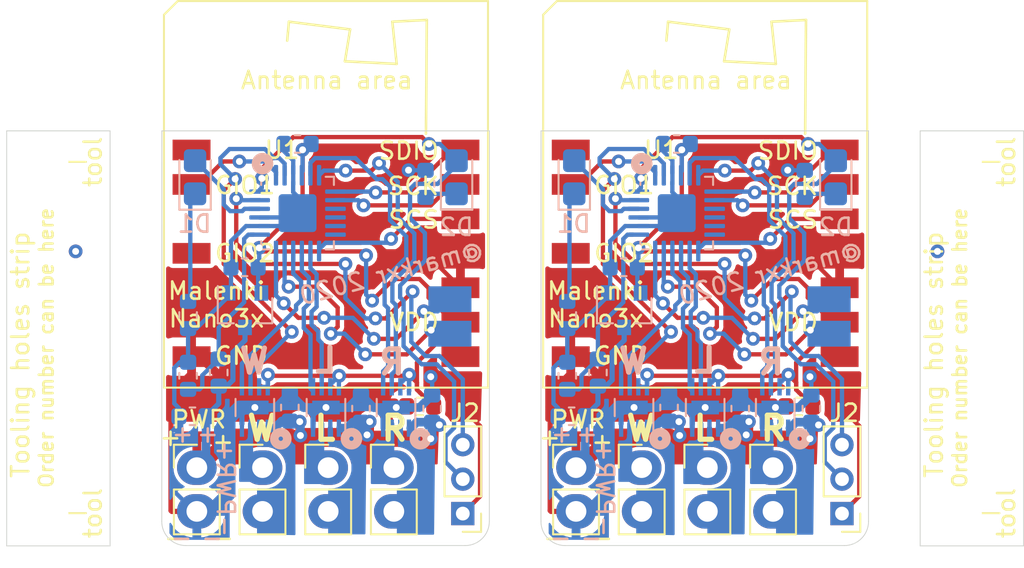
<source format=kicad_pcb>
(kicad_pcb (version 20200119) (host pcbnew "5.99.0-unknown-4f36980~101~ubuntu18.04.1")
  (title_block (title "Malenki-nano2") (date "2019-11-07"))
  (layers (0 "F.Cu" signal) (31 "B.Cu" signal) (34 "B.Paste" user) (35 "F.Paste" user) (36 "B.SilkS" user) (37 "F.SilkS" user) (38 "B.Mask" user) (39 "F.Mask" user) (44 "Edge.Cuts" user))
  (net 0 "")
  (net 1 "GND")
  (net 2 "VBAT")
  (net 3 "BLINKY")
  (net 4 "Net-(D1-Pad1)")
  (net 5 "TXDEBUG")
  (net 6 "Net-(D2-Pad1)")
  (net 7 "UPDI")
  (net 8 "Net-(J5-Pad2)")
  (net 9 "Net-(J5-Pad1)")
  (net 10 "Net-(J6-Pad2)")
  (net 11 "Net-(J6-Pad1)")
  (net 12 "Net-(J7-Pad2)")
  (net 13 "Net-(J7-Pad1)")
  (net 14 "Net-(U1-Pad8)")
  (net 15 "Net-(U1-Pad1)")
  (net 16 "SPI_SCS")
  (net 17 "GIO1")
  (net 18 "SPI_SCK")
  (net 19 "SPI_SDIO")
  (net 20 "MOTOR1R")
  (net 21 "MOTOR2R")
  (net 22 "MOTOR2F")
  (net 23 "Net-(U3-Pad11)")
  (net 24 "Net-(U3-Pad10)")
  (net 25 "MOTOR3F")
  (net 26 "MOTOR3R")
  (net 27 "MOTOR1F")
  (net 28 "WEAPON2")
  (net 29 "Net-(U1-Pad4)")
  (net 30 "VSENSE")
  (net 31 "VLOGIC")
  (net 32 "WEAPON3")
  (net 33 "Net-(U3-Pad12)")
  (net 34 "Net-(U3-Pad9)")
  (module "malenki-nano:WSON-8-1EP_2x2mm_P0.5mm_HAND1" (layer "B.Cu") (at 113.589 66.0655 90)
    (fp_text reference "U7" hide)
    (fp_text value "DRV8837DSGR")
    (pad "6" smd rect (at 1.2 -0.25 90) (size 1 0.25) (layers "B.Cu" "B.Paste" "B.Mask") (net 25 "MOTOR3F"))
    (pad "5" smd rect (at 1.2 -0.75 90) (size 1 0.25) (layers "B.Cu" "B.Paste" "B.Mask") (net 26 "MOTOR3R"))
    (pad "4" smd rect (at -1.2 -0.75 90) (size 1 0.25) (layers "B.Cu" "B.Paste" "B.Mask") (net 1 "GND"))
    (pad "2" smd rect (at -1.2 0.25 90) (size 1 0.25) (layers "B.Cu" "B.Paste" "B.Mask") (net 12 "Net-(J7-Pad2)"))
    (pad "1" smd rect (at -1.2 0.75 90) (size 1 0.25) (layers "B.Cu" "B.Paste" "B.Mask") (net 2 "VBAT"))
    (pad "9" smd rect (at 0 0 90) (size 0.8 1.6) (layers "B.Cu" "B.Mask") (net 1 "GND"))
    (pad "8" smd rect (at 1.2 0.75 90) (size 1 0.25) (layers "B.Cu" "B.Paste" "B.Mask") (net 31 "VLOGIC"))
    (pad "7" smd rect (at 1.2 0.25 90) (size 1 0.25) (layers "B.Cu" "B.Paste" "B.Mask") (net 31 "VLOGIC"))
    (pad "3" smd rect (at -1.2 -0.25 90) (size 1 0.25) (layers "B.Cu" "B.Paste" "B.Mask") (net 13 "Net-(J7-Pad1)"))
  )
  (module "malenki-nano:WSON-8-1EP_2x2mm_P0.5mm_HAND1" (layer "B.Cu") (at 109.525 66.0655 90)
    (fp_text reference "U6" hide)
    (fp_text value "DRV8837DSGR")
    (pad "6" smd rect (at 1.2 -0.25 90) (size 1 0.25) (layers "B.Cu" "B.Paste" "B.Mask") (net 22 "MOTOR2F"))
    (pad "5" smd rect (at 1.2 -0.75 90) (size 1 0.25) (layers "B.Cu" "B.Paste" "B.Mask") (net 21 "MOTOR2R"))
    (pad "4" smd rect (at -1.2 -0.75 90) (size 1 0.25) (layers "B.Cu" "B.Paste" "B.Mask") (net 1 "GND"))
    (pad "2" smd rect (at -1.2 0.25 90) (size 1 0.25) (layers "B.Cu" "B.Paste" "B.Mask") (net 10 "Net-(J6-Pad2)"))
    (pad "1" smd rect (at -1.2 0.75 90) (size 1 0.25) (layers "B.Cu" "B.Paste" "B.Mask") (net 2 "VBAT"))
    (pad "9" smd rect (at 0 0 90) (size 0.8 1.6) (layers "B.Cu" "B.Mask") (net 1 "GND"))
    (pad "8" smd rect (at 1.2 0.75 90) (size 1 0.25) (layers "B.Cu" "B.Paste" "B.Mask") (net 31 "VLOGIC"))
    (pad "7" smd rect (at 1.2 0.25 90) (size 1 0.25) (layers "B.Cu" "B.Paste" "B.Mask") (net 31 "VLOGIC"))
    (pad "3" smd rect (at -1.2 -0.25 90) (size 1 0.25) (layers "B.Cu" "B.Paste" "B.Mask") (net 11 "Net-(J6-Pad1)"))
  )
  (module "malenki-nano:WSON-8-1EP_2x2mm_P0.5mm_HAND1" (layer "B.Cu") (at 105.3975 66.0655 90)
    (fp_text reference "U5" hide)
    (fp_text value "DRV8837DSGR")
    (pad "6" smd rect (at 1.2 -0.25 90) (size 1 0.25) (layers "B.Cu" "B.Paste" "B.Mask") (net 27 "MOTOR1F"))
    (pad "5" smd rect (at 1.2 -0.75 90) (size 1 0.25) (layers "B.Cu" "B.Paste" "B.Mask") (net 20 "MOTOR1R"))
    (pad "4" smd rect (at -1.2 -0.75 90) (size 1 0.25) (layers "B.Cu" "B.Paste" "B.Mask") (net 1 "GND"))
    (pad "2" smd rect (at -1.2 0.25 90) (size 1 0.25) (layers "B.Cu" "B.Paste" "B.Mask") (net 8 "Net-(J5-Pad2)"))
    (pad "1" smd rect (at -1.2 0.75 90) (size 1 0.25) (layers "B.Cu" "B.Paste" "B.Mask") (net 2 "VBAT"))
    (pad "9" smd rect (at 0 0 90) (size 0.8 1.6) (layers "B.Cu" "B.Mask") (net 1 "GND"))
    (pad "8" smd rect (at 1.2 0.75 90) (size 1 0.25) (layers "B.Cu" "B.Paste" "B.Mask") (net 31 "VLOGIC"))
    (pad "7" smd rect (at 1.2 0.25 90) (size 1 0.25) (layers "B.Cu" "B.Paste" "B.Mask") (net 31 "VLOGIC"))
    (pad "3" smd rect (at -1.2 -0.25 90) (size 1 0.25) (layers "B.Cu" "B.Paste" "B.Mask") (net 9 "Net-(J5-Pad1)"))
  )
  (module "malenki-nano:A7105-module" (layer "F.Cu") (at 109.525 57.112 -90)
    (fp_text reference "U1" (at -6 2.55) (layer "F.SilkS"))
    (fp_text value "A7105-MODULE")
    (fp_text user "Antenna area" (at -10.05 -0.05) (layer "F.SilkS"))
    (fp_text user "GIO1" (at -3.95 4.7) (layer "F.SilkS"))
    (fp_text user "GIO2" (at 0 4.7) (layer "F.SilkS"))
    (fp_text user "GND" (at 5.95 4.914286) (layer "F.SilkS"))
    (fp_text user "GND" (at 5.95 4.914286) (layer "F.SilkS"))
    (fp_text user "VDD" (at 4 -5.109523) (layer "F.SilkS"))
    (fp_text user "SCS" (at -1.95 -5.085714) (layer "F.SilkS"))
    (fp_text user "SCK" (at -3.9 -5.061904) (layer "F.SilkS"))
    (fp_text user "SDIO" (at -5.95 -4.8) (layer "F.SilkS"))
    (pad "8" smd rect (at 6 -7.8 270) (size 1.2 2.2) (layers "F.Cu" "F.Paste" "F.Mask") (net 14 "Net-(U1-Pad8)"))
    (pad "1" smd rect (at -6 7.8 270) (size 1.2 2.2) (layers "F.Cu" "F.Paste" "F.Mask") (net 15 "Net-(U1-Pad1)"))
    (pad "7" smd rect (at 6 7.8 270) (size 1.2 2.2) (layers "F.Cu" "F.Paste" "F.Mask") (net 1 "GND"))
    (pad "9" smd rect (at 4 -7.8 270) (size 1.2 2.2) (layers "F.Cu" "F.Paste" "F.Mask") (net 31 "VLOGIC"))
    (pad "10" smd rect (at 2 -7.8 270) (size 1.2 2.2) (layers "F.Cu" "F.Paste" "F.Mask") (net 1 "GND"))
    (pad "4" smd rect (at 0 7.8 270) (size 1.2 2.2) (layers "F.Cu" "F.Paste" "F.Mask") (net 29 "Net-(U1-Pad4)"))
    (pad "12" smd rect (at -2 -7.8 270) (size 1.2 2.2) (layers "F.Cu" "F.Paste" "F.Mask") (net 16 "SPI_SCS"))
    (pad "2" smd rect (at -4 7.8 270) (size 1.2 2.2) (layers "F.Cu" "F.Paste" "F.Mask") (net 17 "GIO1"))
    (pad "13" smd rect (at -4 -7.8 270) (size 1.2 2.2) (layers "F.Cu" "F.Paste" "F.Mask") (net 18 "SPI_SCK"))
    (pad "14" smd rect (at -6 -7.8 270) (size 1.2 2.2) (layers "F.Cu" "F.Paste" "F.Mask") (net 19 "SPI_SDIO"))
  )
  (module "Capacitor_SMD:C_0603_1608Metric" (layer "B.Cu") (at 115.6845 66.129 90)
    (fp_text reference "C7" hide)
    (fp_text value "10uF")
    (pad "2" smd roundrect (at 0.7875 0 90) (size 0.875 0.95) (layers "B.Cu" "B.Paste" "B.Mask") (net 1 "GND"))
    (pad "1" smd roundrect (at -0.7875 0 90) (size 0.875 0.95) (layers "B.Cu" "B.Paste" "B.Mask") (net 2 "VBAT"))
  )
  (module "Capacitor_SMD:C_0603_1608Metric" (layer "B.Cu") (at 111.557 66.129 90)
    (fp_text reference "C6" hide)
    (fp_text value "10uF")
    (pad "2" smd roundrect (at 0.7875 0 90) (size 0.875 0.95) (layers "B.Cu" "B.Paste" "B.Mask") (net 1 "GND"))
    (pad "1" smd roundrect (at -0.7875 0 90) (size 0.875 0.95) (layers "B.Cu" "B.Paste" "B.Mask") (net 2 "VBAT"))
  )
  (module "LED_SMD:LED_0805_2012Metric_Castellated" (layer "B.Cu") (at 117.102 52.695 90)
    (fp_text reference "D2" (at -2.893 0 180) (layer "B.SilkS") (effects (justify mirror)))
    (fp_text value "LED Red")
    (pad "2" smd roundrect (at 0.9625 0 90) (size 1.325 1.3) (layers "B.Cu" "B.Paste" "B.Mask") (roundrect_rratio 0.192308) (net 5 "TXDEBUG"))
    (pad "1" smd roundrect (at -0.9625 0 90) (size 1.325 1.3) (layers "B.Cu" "B.Paste" "B.Mask") (roundrect_rratio 0.192308) (net 6 "Net-(D2-Pad1)"))
  )
  (module "LED_SMD:LED_0805_2012Metric_Castellated" (layer "B.Cu") (at 101.929 52.695 90)
    (fp_text reference "D1" (at -2.7025 -0.032 180) (layer "B.SilkS") (effects (justify mirror)))
    (fp_text value "LED Blue")
    (pad "2" smd roundrect (at 0.9625 0 90) (size 1.325 1.3) (layers "B.Cu" "B.Paste" "B.Mask") (roundrect_rratio 0.192308) (net 3 "BLINKY"))
    (pad "1" smd roundrect (at -0.9625 0 90) (size 1.325 1.3) (layers "B.Cu" "B.Paste" "B.Mask") (roundrect_rratio 0.192308) (net 4 "Net-(D1-Pad1)"))
  )
  (module "Resistor_SMD:R_0603_1608Metric" (layer "B.Cu") (at 101.524 64.224 90)
    (fp_text reference "R4" hide)
    (fp_text value "10k")
    (pad "2" smd roundrect (at 0.7875 0 90) (size 0.875 0.95) (layers "B.Cu" "B.Paste" "B.Mask") (net 1 "GND"))
    (pad "1" smd roundrect (at -0.7875 0 90) (size 0.875 0.95) (layers "B.Cu" "B.Paste" "B.Mask") (net 30 "VSENSE"))
  )
  (module "Resistor_SMD:R_0603_1608Metric" (layer "B.Cu") (at 103.302 64.0335 90)
    (fp_text reference "R3" hide)
    (fp_text value "33k")
    (pad "2" smd roundrect (at 0.7875 0 90) (size 0.875 0.95) (layers "B.Cu" "B.Paste" "B.Mask") (net 30 "VSENSE"))
    (pad "1" smd roundrect (at -0.7875 0 90) (size 0.875 0.95) (layers "B.Cu" "B.Paste" "B.Mask") (net 2 "VBAT"))
  )
  (module "malenki-nano:wirepad_2" (layer "B.Cu") (at 116.713323 60.779 -90)
    (fp_text reference "J3" hide)
    (fp_text value "Conn_01x02")
    (pad "2" smd rect (at 1 0 270) (size 1.5 2.5) (layers "B.Cu" "B.Mask") (net 28 "WEAPON2"))
    (pad "1" smd rect (at -1 0 270) (size 1.5 2.5) (layers "B.Cu" "B.Mask") (net 32 "WEAPON3"))
  )
  (module "Connector_PinHeader_2.00mm:PinHeader_1x03_P2.00mm_Vertical" (layer "F.Cu") (at 117.4625 72.225 180)
    (fp_text reference "J2" (at -0.127 5.842) (layer "F.SilkS"))
    (fp_text value "Conn_01x03")
    (pad "3" thru_hole oval (at 0 4 180) (size 1.35 1.35) (drill 0.8) (layers *.Cu *.Mask) (net 7 "UPDI"))
    (pad "2" thru_hole oval (at 0 2 180) (size 1.35 1.35) (drill 0.8) (layers *.Cu *.Mask) (net 5 "TXDEBUG"))
    (pad "1" thru_hole rect (at 0 0 180) (size 1.35 1.35) (drill 0.8) (layers *.Cu *.Mask) (net 1 "GND"))
  )
  (module "malenki-nano:qfn24-hand1" (layer "B.Cu") (at 107.874 54.778 -90)
    (fp_text reference "U3" hide)
    (fp_text value "ATtiny1617-M")
    (pad "24" smd roundrect (at -1.25 2.2 270) (size 0.25 1.2) (layers "B.Cu" "B.Paste" "B.Mask") (net 5 "TXDEBUG"))
    (pad "23" smd roundrect (at -0.75 2.2 270) (size 0.25 1.2) (layers "B.Cu" "B.Paste" "B.Mask") (net 7 "UPDI"))
    (pad "22" smd roundrect (at -0.25 2.2 270) (size 0.25 1.2) (layers "B.Cu" "B.Paste" "B.Mask") (net 3 "BLINKY"))
    (pad "21" smd roundrect (at 0.25 2.2 270) (size 0.25 1.2) (layers "B.Cu" "B.Paste" "B.Mask") (net 1 "GND"))
    (pad "20" smd roundrect (at 0.75 2.2 270) (size 0.25 1.2) (layers "B.Cu" "B.Paste" "B.Mask") (net 1 "GND"))
    (pad "19" smd roundrect (at 1.25 2.2 270) (size 0.25 1.2) (layers "B.Cu" "B.Paste" "B.Mask") (net 30 "VSENSE"))
    (pad "18" smd roundrect (at 2.2 1.25 270) (size 1.2 0.25) (layers "B.Cu" "B.Paste" "B.Mask") (net 32 "WEAPON3"))
    (pad "17" smd roundrect (at 2.2 0.75 270) (size 1.2 0.25) (layers "B.Cu" "B.Paste" "B.Mask") (net 28 "WEAPON2"))
    (pad "16" smd roundrect (at 2.2 0.25 270) (size 1.2 0.25) (layers "B.Cu" "B.Paste" "B.Mask") (net 20 "MOTOR1R"))
    (pad "15" smd roundrect (at 2.2 -0.25 270) (size 1.2 0.25) (layers "B.Cu" "B.Paste" "B.Mask") (net 21 "MOTOR2R"))
    (pad "14" smd roundrect (at 2.2 -0.75 270) (size 1.2 0.25) (layers "B.Cu" "B.Paste" "B.Mask") (net 22 "MOTOR2F"))
    (pad "13" smd roundrect (at 2.2 -1.25 270) (size 1.2 0.25) (layers "B.Cu" "B.Paste" "B.Mask") (net 16 "SPI_SCS"))
    (pad "12" smd roundrect (at 1.25 -2.2 270) (size 0.25 1.2) (layers "B.Cu" "B.Paste" "B.Mask") (net 33 "Net-(U3-Pad12)"))
    (pad "11" smd roundrect (at 0.75 -2.2 270) (size 0.25 1.2) (layers "B.Cu" "B.Paste" "B.Mask") (net 23 "Net-(U3-Pad11)"))
    (pad "10" smd roundrect (at 0.25 -2.2 270) (size 0.25 1.2) (layers "B.Cu" "B.Paste" "B.Mask") (net 24 "Net-(U3-Pad10)"))
    (pad "9" smd roundrect (at -0.25 -2.2 270) (size 0.25 1.2) (layers "B.Cu" "B.Paste" "B.Mask") (net 34 "Net-(U3-Pad9)"))
    (pad "8" smd roundrect (at -0.75 -2.2 270) (size 0.25 1.2) (layers "B.Cu" "B.Paste" "B.Mask") (net 18 "SPI_SCK"))
    (pad "7" smd roundrect (at -1.25 -2.2 270) (size 0.25 1.2) (layers "B.Cu" "B.Paste" "B.Mask") (net 19 "SPI_SDIO"))
    (pad "6" smd roundrect (at -2.2 -1.25 270) (size 1.2 0.25) (layers "B.Cu" "B.Paste" "B.Mask") (net 25 "MOTOR3F"))
    (pad "5" smd roundrect (at -2.2 -0.75 270) (size 1.2 0.25) (layers "B.Cu" "B.Paste" "B.Mask") (net 26 "MOTOR3R"))
    (pad "4" smd roundrect (at -2.2 -0.25 270) (size 1.2 0.25) (layers "B.Cu" "B.Paste" "B.Mask") (net 31 "VLOGIC"))
    (pad "3" smd roundrect (at -2.2 0.25 270) (size 1.2 0.25) (layers "B.Cu" "B.Paste" "B.Mask") (net 1 "GND"))
    (pad "2" smd roundrect (at -2.2 0.75 270) (size 1.2 0.25) (layers "B.Cu" "B.Paste" "B.Mask") (net 27 "MOTOR1F"))
    (pad "1" smd roundrect (at -2.2 1.25 270) (size 1.2 0.25) (layers "B.Cu" "B.Paste" "B.Mask") (net 17 "GIO1"))
    (pad "25" smd roundrect (at 0 0 270) (size 2.2 2.2) (layers "B.Cu" "B.Mask") (roundrect_rratio 0.096) (net 1 "GND"))
  )
  (module "Package_TO_SOT_SMD:SOT-23" (layer "B.Cu") (at 104.826 60.414 -90)
    (fp_text reference "U2" hide)
    (fp_text value "AIC1734-33GUTR")
    (pad "3" smd rect (at 1 0 270) (size 0.9 0.8) (layers "B.Cu" "B.Paste" "B.Mask") (net 2 "VBAT"))
    (pad "2" smd rect (at -1 -0.95 270) (size 0.9 0.8) (layers "B.Cu" "B.Paste" "B.Mask") (net 31 "VLOGIC"))
    (pad "1" smd rect (at -1 0.95 270) (size 0.9 0.8) (layers "B.Cu" "B.Paste" "B.Mask") (net 1 "GND"))
  )
  (module "Resistor_SMD:R_0603_1608Metric" (layer "B.Cu") (at 115.302 53.078 90)
    (fp_text reference "R2" hide)
    (fp_text value "220R")
    (pad "2" smd roundrect (at 0.7875 0 90) (size 0.875 0.95) (layers "B.Cu" "B.Paste" "B.Mask") (net 1 "GND"))
    (pad "1" smd roundrect (at -0.7875 0 90) (size 0.875 0.95) (layers "B.Cu" "B.Paste" "B.Mask") (net 6 "Net-(D2-Pad1)"))
  )
  (module "Resistor_SMD:R_0603_1608Metric" (layer "B.Cu") (at 101.524 60.6935 -90)
    (fp_text reference "R1" hide)
    (fp_text value "220R")
    (pad "2" smd roundrect (at 0.7875 0 270) (size 0.875 0.95) (layers "B.Cu" "B.Paste" "B.Mask") (net 1 "GND"))
    (pad "1" smd roundrect (at -0.7875 0 270) (size 0.875 0.95) (layers "B.Cu" "B.Paste" "B.Mask") (net 4 "Net-(D1-Pad1)"))
  )
  (module "malenki-nano:PinHeader_1x02_P2.54mm_BIG1" (layer "F.Cu") (at 113.462 69.558)
    (fp_text reference "J7" hide)
    (fp_text value "Conn_01x02_Male")
    (pad "2" thru_hole oval (at 0 2.54) (size 2.3 2) (drill 1.2) (layers *.Cu *.Mask) (net 12 "Net-(J7-Pad2)"))
    (pad "1" thru_hole oval (at 0 0) (size 2.3 2) (drill 1.2) (layers *.Cu *.Mask) (net 13 "Net-(J7-Pad1)"))
  )
  (module "malenki-nano:PinHeader_1x02_P2.54mm_BIG1" (layer "F.Cu") (at 109.652 69.558)
    (fp_text reference "J6" hide)
    (fp_text value "Conn_01x02_Male")
    (pad "2" thru_hole oval (at 0 2.54) (size 2.3 2) (drill 1.2) (layers *.Cu *.Mask) (net 10 "Net-(J6-Pad2)"))
    (pad "1" thru_hole oval (at 0 0) (size 2.3 2) (drill 1.2) (layers *.Cu *.Mask) (net 11 "Net-(J6-Pad1)"))
  )
  (module "malenki-nano:PinHeader_1x02_P2.54mm_BIG1" (layer "F.Cu") (at 105.842 69.558)
    (fp_text reference "J5" hide)
    (fp_text value "Conn_01x02_Male")
    (pad "2" thru_hole oval (at 0 2.54) (size 2.3 2) (drill 1.2) (layers *.Cu *.Mask) (net 8 "Net-(J5-Pad2)"))
    (pad "1" thru_hole oval (at 0 0) (size 2.3 2) (drill 1.2) (layers *.Cu *.Mask) (net 9 "Net-(J5-Pad1)"))
  )
  (module "malenki-nano:PinHeader_1x02_P2.54mm_BIG1" (layer "F.Cu") (at 102.032 69.558)
    (fp_text reference "J1" hide)
    (fp_text value "Conn_01x02_Male")
    (pad "2" thru_hole oval (at 0 2.54) (size 2.3 2) (drill 1.2) (layers *.Cu *.Mask) (net 1 "GND"))
    (pad "1" thru_hole oval (at 0 0) (size 2.3 2) (drill 1.2) (layers *.Cu *.Mask) (net 2 "VBAT"))
  )
  (module "Capacitor_SMD:C_0603_1608Metric" (layer "B.Cu") (at 107.4295 66.0655 90)
    (fp_text reference "C5" hide)
    (fp_text value "10uF")
    (pad "2" smd roundrect (at 0.7875 0 90) (size 0.875 0.95) (layers "B.Cu" "B.Paste" "B.Mask") (net 1 "GND"))
    (pad "1" smd roundrect (at -0.7875 0 90) (size 0.875 0.95) (layers "B.Cu" "B.Paste" "B.Mask") (net 2 "VBAT"))
  )
  (module "Capacitor_SMD:C_0603_1608Metric" (layer "B.Cu") (at 107.874 50.762 180)
    (fp_text reference "C4" hide)
    (fp_text value "0.1uF")
    (pad "2" smd roundrect (at 0.7875 0 180) (size 0.875 0.95) (layers "B.Cu" "B.Paste" "B.Mask") (net 1 "GND"))
    (pad "1" smd roundrect (at -0.7875 0 180) (size 0.875 0.95) (layers "B.Cu" "B.Paste" "B.Mask") (net 31 "VLOGIC"))
  )
  (module "Capacitor_SMD:C_0603_1608Metric" (layer "B.Cu") (at 104.8005 57.9248 180)
    (fp_text reference "C3" hide)
    (fp_text value "10uF")
    (pad "2" smd roundrect (at 0.7875 0 180) (size 0.875 0.95) (layers "B.Cu" "B.Paste" "B.Mask") (net 1 "GND"))
    (pad "1" smd roundrect (at -0.7875 0 180) (size 0.875 0.95) (layers "B.Cu" "B.Paste" "B.Mask") (net 31 "VLOGIC"))
  )
  (module "Capacitor_SMD:C_0603_1608Metric" (layer "B.Cu") (at 101.778 66.5735 180)
    (fp_text reference "C2" hide)
    (fp_text value "10uF")
    (pad "2" smd roundrect (at 0.7875 0 180) (size 0.875 0.95) (layers "B.Cu" "B.Paste" "B.Mask") (net 1 "GND"))
    (pad "1" smd roundrect (at -0.7875 0 180) (size 0.875 0.95) (layers "B.Cu" "B.Paste" "B.Mask") (net 2 "VBAT"))
  )
  (module "Capacitor_SMD:C_0603_1608Metric" (layer "F.Cu") (at 114.986 66.002 180)
    (fp_text reference "C1" hide)
    (fp_text value "0.1uF")
    (pad "2" smd roundrect (at 0.7875 0 180) (size 0.875 0.95) (layers "F.Cu" "F.Paste" "F.Mask") (net 1 "GND"))
    (pad "1" smd roundrect (at -0.7875 0 180) (size 0.875 0.95) (layers "F.Cu" "F.Paste" "F.Mask") (net 31 "VLOGIC"))
  )
  (module "malenki-nano:WSON-8-1EP_2x2mm_P0.5mm_HAND1" (layer "B.Cu") (at 135.589 66.0655 90)
    (fp_text reference "U7" hide)
    (fp_text value "DRV8837DSGR")
    (pad "6" smd rect (at 1.2 -0.25 90) (size 1 0.25) (layers "B.Cu" "B.Paste" "B.Mask") (net 25 "MOTOR3F"))
    (pad "5" smd rect (at 1.2 -0.75 90) (size 1 0.25) (layers "B.Cu" "B.Paste" "B.Mask") (net 26 "MOTOR3R"))
    (pad "4" smd rect (at -1.2 -0.75 90) (size 1 0.25) (layers "B.Cu" "B.Paste" "B.Mask") (net 1 "GND"))
    (pad "2" smd rect (at -1.2 0.25 90) (size 1 0.25) (layers "B.Cu" "B.Paste" "B.Mask") (net 12 "Net-(J7-Pad2)"))
    (pad "1" smd rect (at -1.2 0.75 90) (size 1 0.25) (layers "B.Cu" "B.Paste" "B.Mask") (net 2 "VBAT"))
    (pad "9" smd rect (at 0 0 90) (size 0.8 1.6) (layers "B.Cu" "B.Mask") (net 1 "GND"))
    (pad "8" smd rect (at 1.2 0.75 90) (size 1 0.25) (layers "B.Cu" "B.Paste" "B.Mask") (net 31 "VLOGIC"))
    (pad "7" smd rect (at 1.2 0.25 90) (size 1 0.25) (layers "B.Cu" "B.Paste" "B.Mask") (net 31 "VLOGIC"))
    (pad "3" smd rect (at -1.2 -0.25 90) (size 1 0.25) (layers "B.Cu" "B.Paste" "B.Mask") (net 13 "Net-(J7-Pad1)"))
  )
  (module "malenki-nano:WSON-8-1EP_2x2mm_P0.5mm_HAND1" (layer "B.Cu") (at 131.525 66.0655 90)
    (fp_text reference "U6" hide)
    (fp_text value "DRV8837DSGR")
    (pad "6" smd rect (at 1.2 -0.25 90) (size 1 0.25) (layers "B.Cu" "B.Paste" "B.Mask") (net 22 "MOTOR2F"))
    (pad "5" smd rect (at 1.2 -0.75 90) (size 1 0.25) (layers "B.Cu" "B.Paste" "B.Mask") (net 21 "MOTOR2R"))
    (pad "4" smd rect (at -1.2 -0.75 90) (size 1 0.25) (layers "B.Cu" "B.Paste" "B.Mask") (net 1 "GND"))
    (pad "2" smd rect (at -1.2 0.25 90) (size 1 0.25) (layers "B.Cu" "B.Paste" "B.Mask") (net 10 "Net-(J6-Pad2)"))
    (pad "1" smd rect (at -1.2 0.75 90) (size 1 0.25) (layers "B.Cu" "B.Paste" "B.Mask") (net 2 "VBAT"))
    (pad "9" smd rect (at 0 0 90) (size 0.8 1.6) (layers "B.Cu" "B.Mask") (net 1 "GND"))
    (pad "8" smd rect (at 1.2 0.75 90) (size 1 0.25) (layers "B.Cu" "B.Paste" "B.Mask") (net 31 "VLOGIC"))
    (pad "7" smd rect (at 1.2 0.25 90) (size 1 0.25) (layers "B.Cu" "B.Paste" "B.Mask") (net 31 "VLOGIC"))
    (pad "3" smd rect (at -1.2 -0.25 90) (size 1 0.25) (layers "B.Cu" "B.Paste" "B.Mask") (net 11 "Net-(J6-Pad1)"))
  )
  (module "malenki-nano:WSON-8-1EP_2x2mm_P0.5mm_HAND1" (layer "B.Cu") (at 127.3975 66.0655 90)
    (fp_text reference "U5" hide)
    (fp_text value "DRV8837DSGR")
    (pad "6" smd rect (at 1.2 -0.25 90) (size 1 0.25) (layers "B.Cu" "B.Paste" "B.Mask") (net 27 "MOTOR1F"))
    (pad "5" smd rect (at 1.2 -0.75 90) (size 1 0.25) (layers "B.Cu" "B.Paste" "B.Mask") (net 20 "MOTOR1R"))
    (pad "4" smd rect (at -1.2 -0.75 90) (size 1 0.25) (layers "B.Cu" "B.Paste" "B.Mask") (net 1 "GND"))
    (pad "2" smd rect (at -1.2 0.25 90) (size 1 0.25) (layers "B.Cu" "B.Paste" "B.Mask") (net 8 "Net-(J5-Pad2)"))
    (pad "1" smd rect (at -1.2 0.75 90) (size 1 0.25) (layers "B.Cu" "B.Paste" "B.Mask") (net 2 "VBAT"))
    (pad "9" smd rect (at 0 0 90) (size 0.8 1.6) (layers "B.Cu" "B.Mask") (net 1 "GND"))
    (pad "8" smd rect (at 1.2 0.75 90) (size 1 0.25) (layers "B.Cu" "B.Paste" "B.Mask") (net 31 "VLOGIC"))
    (pad "7" smd rect (at 1.2 0.25 90) (size 1 0.25) (layers "B.Cu" "B.Paste" "B.Mask") (net 31 "VLOGIC"))
    (pad "3" smd rect (at -1.2 -0.25 90) (size 1 0.25) (layers "B.Cu" "B.Paste" "B.Mask") (net 9 "Net-(J5-Pad1)"))
  )
  (module "malenki-nano:A7105-module" (layer "F.Cu") (at 131.525 57.112 -90)
    (fp_text reference "U1" (at -6 2.55) (layer "F.SilkS"))
    (fp_text value "A7105-MODULE")
    (fp_text user "Antenna area" (at -10.05 -0.05) (layer "F.SilkS"))
    (fp_text user "GIO1" (at -3.95 4.7) (layer "F.SilkS"))
    (fp_text user "GIO2" (at 0 4.7) (layer "F.SilkS"))
    (fp_text user "GND" (at 5.95 4.914286) (layer "F.SilkS"))
    (fp_text user "GND" (at 5.95 4.914286) (layer "F.SilkS"))
    (fp_text user "VDD" (at 4 -5.109523) (layer "F.SilkS"))
    (fp_text user "SCS" (at -1.95 -5.085714) (layer "F.SilkS"))
    (fp_text user "SCK" (at -3.9 -5.061904) (layer "F.SilkS"))
    (fp_text user "SDIO" (at -5.95 -4.8) (layer "F.SilkS"))
    (pad "8" smd rect (at 6 -7.8 270) (size 1.2 2.2) (layers "F.Cu" "F.Paste" "F.Mask") (net 14 "Net-(U1-Pad8)"))
    (pad "1" smd rect (at -6 7.8 270) (size 1.2 2.2) (layers "F.Cu" "F.Paste" "F.Mask") (net 15 "Net-(U1-Pad1)"))
    (pad "7" smd rect (at 6 7.8 270) (size 1.2 2.2) (layers "F.Cu" "F.Paste" "F.Mask") (net 1 "GND"))
    (pad "9" smd rect (at 4 -7.8 270) (size 1.2 2.2) (layers "F.Cu" "F.Paste" "F.Mask") (net 31 "VLOGIC"))
    (pad "10" smd rect (at 2 -7.8 270) (size 1.2 2.2) (layers "F.Cu" "F.Paste" "F.Mask") (net 1 "GND"))
    (pad "4" smd rect (at 0 7.8 270) (size 1.2 2.2) (layers "F.Cu" "F.Paste" "F.Mask") (net 29 "Net-(U1-Pad4)"))
    (pad "12" smd rect (at -2 -7.8 270) (size 1.2 2.2) (layers "F.Cu" "F.Paste" "F.Mask") (net 16 "SPI_SCS"))
    (pad "2" smd rect (at -4 7.8 270) (size 1.2 2.2) (layers "F.Cu" "F.Paste" "F.Mask") (net 17 "GIO1"))
    (pad "13" smd rect (at -4 -7.8 270) (size 1.2 2.2) (layers "F.Cu" "F.Paste" "F.Mask") (net 18 "SPI_SCK"))
    (pad "14" smd rect (at -6 -7.8 270) (size 1.2 2.2) (layers "F.Cu" "F.Paste" "F.Mask") (net 19 "SPI_SDIO"))
  )
  (module "Capacitor_SMD:C_0603_1608Metric" (layer "B.Cu") (at 137.6845 66.129 90)
    (fp_text reference "C7" hide)
    (fp_text value "10uF")
    (pad "2" smd roundrect (at 0.7875 0 90) (size 0.875 0.95) (layers "B.Cu" "B.Paste" "B.Mask") (net 1 "GND"))
    (pad "1" smd roundrect (at -0.7875 0 90) (size 0.875 0.95) (layers "B.Cu" "B.Paste" "B.Mask") (net 2 "VBAT"))
  )
  (module "Capacitor_SMD:C_0603_1608Metric" (layer "B.Cu") (at 133.557 66.129 90)
    (fp_text reference "C6" hide)
    (fp_text value "10uF")
    (pad "2" smd roundrect (at 0.7875 0 90) (size 0.875 0.95) (layers "B.Cu" "B.Paste" "B.Mask") (net 1 "GND"))
    (pad "1" smd roundrect (at -0.7875 0 90) (size 0.875 0.95) (layers "B.Cu" "B.Paste" "B.Mask") (net 2 "VBAT"))
  )
  (module "LED_SMD:LED_0805_2012Metric_Castellated" (layer "B.Cu") (at 139.102 52.695 90)
    (fp_text reference "D2" (at -2.893 0 180) (layer "B.SilkS") (effects (justify mirror)))
    (fp_text value "LED Red")
    (pad "2" smd roundrect (at 0.9625 0 90) (size 1.325 1.3) (layers "B.Cu" "B.Paste" "B.Mask") (roundrect_rratio 0.192308) (net 5 "TXDEBUG"))
    (pad "1" smd roundrect (at -0.9625 0 90) (size 1.325 1.3) (layers "B.Cu" "B.Paste" "B.Mask") (roundrect_rratio 0.192308) (net 6 "Net-(D2-Pad1)"))
  )
  (module "LED_SMD:LED_0805_2012Metric_Castellated" (layer "B.Cu") (at 123.929 52.695 90)
    (fp_text reference "D1" (at -2.7025 -0.032 180) (layer "B.SilkS") (effects (justify mirror)))
    (fp_text value "LED Blue")
    (pad "2" smd roundrect (at 0.9625 0 90) (size 1.325 1.3) (layers "B.Cu" "B.Paste" "B.Mask") (roundrect_rratio 0.192308) (net 3 "BLINKY"))
    (pad "1" smd roundrect (at -0.9625 0 90) (size 1.325 1.3) (layers "B.Cu" "B.Paste" "B.Mask") (roundrect_rratio 0.192308) (net 4 "Net-(D1-Pad1)"))
  )
  (module "Resistor_SMD:R_0603_1608Metric" (layer "B.Cu") (at 123.524 64.224 90)
    (fp_text reference "R4" hide)
    (fp_text value "10k")
    (pad "2" smd roundrect (at 0.7875 0 90) (size 0.875 0.95) (layers "B.Cu" "B.Paste" "B.Mask") (net 1 "GND"))
    (pad "1" smd roundrect (at -0.7875 0 90) (size 0.875 0.95) (layers "B.Cu" "B.Paste" "B.Mask") (net 30 "VSENSE"))
  )
  (module "Resistor_SMD:R_0603_1608Metric" (layer "B.Cu") (at 125.302 64.0335 90)
    (fp_text reference "R3" hide)
    (fp_text value "33k")
    (pad "2" smd roundrect (at 0.7875 0 90) (size 0.875 0.95) (layers "B.Cu" "B.Paste" "B.Mask") (net 30 "VSENSE"))
    (pad "1" smd roundrect (at -0.7875 0 90) (size 0.875 0.95) (layers "B.Cu" "B.Paste" "B.Mask") (net 2 "VBAT"))
  )
  (module "malenki-nano:wirepad_2" (layer "B.Cu") (at 138.713323 60.779 -90)
    (fp_text reference "J3" hide)
    (fp_text value "Conn_01x02")
    (pad "2" smd rect (at 1 0 270) (size 1.5 2.5) (layers "B.Cu" "B.Mask") (net 28 "WEAPON2"))
    (pad "1" smd rect (at -1 0 270) (size 1.5 2.5) (layers "B.Cu" "B.Mask") (net 32 "WEAPON3"))
  )
  (module "Connector_PinHeader_2.00mm:PinHeader_1x03_P2.00mm_Vertical" (layer "F.Cu") (at 139.4625 72.225 180)
    (fp_text reference "J2" (at -0.127 5.842) (layer "F.SilkS"))
    (fp_text value "Conn_01x03")
    (pad "3" thru_hole oval (at 0 4 180) (size 1.35 1.35) (drill 0.8) (layers *.Cu *.Mask) (net 7 "UPDI"))
    (pad "2" thru_hole oval (at 0 2 180) (size 1.35 1.35) (drill 0.8) (layers *.Cu *.Mask) (net 5 "TXDEBUG"))
    (pad "1" thru_hole rect (at 0 0 180) (size 1.35 1.35) (drill 0.8) (layers *.Cu *.Mask) (net 1 "GND"))
  )
  (module "malenki-nano:qfn24-hand1" (layer "B.Cu") (at 129.874 54.778 -90)
    (fp_text reference "U3" hide)
    (fp_text value "ATtiny1617-M")
    (pad "24" smd roundrect (at -1.25 2.2 270) (size 0.25 1.2) (layers "B.Cu" "B.Paste" "B.Mask") (net 5 "TXDEBUG"))
    (pad "23" smd roundrect (at -0.75 2.2 270) (size 0.25 1.2) (layers "B.Cu" "B.Paste" "B.Mask") (net 7 "UPDI"))
    (pad "22" smd roundrect (at -0.25 2.2 270) (size 0.25 1.2) (layers "B.Cu" "B.Paste" "B.Mask") (net 3 "BLINKY"))
    (pad "21" smd roundrect (at 0.25 2.2 270) (size 0.25 1.2) (layers "B.Cu" "B.Paste" "B.Mask") (net 1 "GND"))
    (pad "20" smd roundrect (at 0.75 2.2 270) (size 0.25 1.2) (layers "B.Cu" "B.Paste" "B.Mask") (net 1 "GND"))
    (pad "19" smd roundrect (at 1.25 2.2 270) (size 0.25 1.2) (layers "B.Cu" "B.Paste" "B.Mask") (net 30 "VSENSE"))
    (pad "18" smd roundrect (at 2.2 1.25 270) (size 1.2 0.25) (layers "B.Cu" "B.Paste" "B.Mask") (net 32 "WEAPON3"))
    (pad "17" smd roundrect (at 2.2 0.75 270) (size 1.2 0.25) (layers "B.Cu" "B.Paste" "B.Mask") (net 28 "WEAPON2"))
    (pad "16" smd roundrect (at 2.2 0.25 270) (size 1.2 0.25) (layers "B.Cu" "B.Paste" "B.Mask") (net 20 "MOTOR1R"))
    (pad "15" smd roundrect (at 2.2 -0.25 270) (size 1.2 0.25) (layers "B.Cu" "B.Paste" "B.Mask") (net 21 "MOTOR2R"))
    (pad "14" smd roundrect (at 2.2 -0.75 270) (size 1.2 0.25) (layers "B.Cu" "B.Paste" "B.Mask") (net 22 "MOTOR2F"))
    (pad "13" smd roundrect (at 2.2 -1.25 270) (size 1.2 0.25) (layers "B.Cu" "B.Paste" "B.Mask") (net 16 "SPI_SCS"))
    (pad "12" smd roundrect (at 1.25 -2.2 270) (size 0.25 1.2) (layers "B.Cu" "B.Paste" "B.Mask") (net 33 "Net-(U3-Pad12)"))
    (pad "11" smd roundrect (at 0.75 -2.2 270) (size 0.25 1.2) (layers "B.Cu" "B.Paste" "B.Mask") (net 23 "Net-(U3-Pad11)"))
    (pad "10" smd roundrect (at 0.25 -2.2 270) (size 0.25 1.2) (layers "B.Cu" "B.Paste" "B.Mask") (net 24 "Net-(U3-Pad10)"))
    (pad "9" smd roundrect (at -0.25 -2.2 270) (size 0.25 1.2) (layers "B.Cu" "B.Paste" "B.Mask") (net 34 "Net-(U3-Pad9)"))
    (pad "8" smd roundrect (at -0.75 -2.2 270) (size 0.25 1.2) (layers "B.Cu" "B.Paste" "B.Mask") (net 18 "SPI_SCK"))
    (pad "7" smd roundrect (at -1.25 -2.2 270) (size 0.25 1.2) (layers "B.Cu" "B.Paste" "B.Mask") (net 19 "SPI_SDIO"))
    (pad "6" smd roundrect (at -2.2 -1.25 270) (size 1.2 0.25) (layers "B.Cu" "B.Paste" "B.Mask") (net 25 "MOTOR3F"))
    (pad "5" smd roundrect (at -2.2 -0.75 270) (size 1.2 0.25) (layers "B.Cu" "B.Paste" "B.Mask") (net 26 "MOTOR3R"))
    (pad "4" smd roundrect (at -2.2 -0.25 270) (size 1.2 0.25) (layers "B.Cu" "B.Paste" "B.Mask") (net 31 "VLOGIC"))
    (pad "3" smd roundrect (at -2.2 0.25 270) (size 1.2 0.25) (layers "B.Cu" "B.Paste" "B.Mask") (net 1 "GND"))
    (pad "2" smd roundrect (at -2.2 0.75 270) (size 1.2 0.25) (layers "B.Cu" "B.Paste" "B.Mask") (net 27 "MOTOR1F"))
    (pad "1" smd roundrect (at -2.2 1.25 270) (size 1.2 0.25) (layers "B.Cu" "B.Paste" "B.Mask") (net 17 "GIO1"))
    (pad "25" smd roundrect (at 0 0 270) (size 2.2 2.2) (layers "B.Cu" "B.Mask") (roundrect_rratio 0.096) (net 1 "GND"))
  )
  (module "Package_TO_SOT_SMD:SOT-23" (layer "B.Cu") (at 126.826 60.414 -90)
    (fp_text reference "U2" hide)
    (fp_text value "AIC1734-33GUTR")
    (pad "3" smd rect (at 1 0 270) (size 0.9 0.8) (layers "B.Cu" "B.Paste" "B.Mask") (net 2 "VBAT"))
    (pad "2" smd rect (at -1 -0.95 270) (size 0.9 0.8) (layers "B.Cu" "B.Paste" "B.Mask") (net 31 "VLOGIC"))
    (pad "1" smd rect (at -1 0.95 270) (size 0.9 0.8) (layers "B.Cu" "B.Paste" "B.Mask") (net 1 "GND"))
  )
  (module "Resistor_SMD:R_0603_1608Metric" (layer "B.Cu") (at 137.302 53.078 90)
    (fp_text reference "R2" hide)
    (fp_text value "220R")
    (pad "2" smd roundrect (at 0.7875 0 90) (size 0.875 0.95) (layers "B.Cu" "B.Paste" "B.Mask") (net 1 "GND"))
    (pad "1" smd roundrect (at -0.7875 0 90) (size 0.875 0.95) (layers "B.Cu" "B.Paste" "B.Mask") (net 6 "Net-(D2-Pad1)"))
  )
  (module "Resistor_SMD:R_0603_1608Metric" (layer "B.Cu") (at 123.524 60.6935 -90)
    (fp_text reference "R1" hide)
    (fp_text value "220R")
    (pad "2" smd roundrect (at 0.7875 0 270) (size 0.875 0.95) (layers "B.Cu" "B.Paste" "B.Mask") (net 1 "GND"))
    (pad "1" smd roundrect (at -0.7875 0 270) (size 0.875 0.95) (layers "B.Cu" "B.Paste" "B.Mask") (net 4 "Net-(D1-Pad1)"))
  )
  (module "malenki-nano:PinHeader_1x02_P2.54mm_BIG1" (layer "F.Cu") (at 135.462 69.558)
    (fp_text reference "J7" hide)
    (fp_text value "Conn_01x02_Male")
    (pad "2" thru_hole oval (at 0 2.54) (size 2.3 2) (drill 1.2) (layers *.Cu *.Mask) (net 12 "Net-(J7-Pad2)"))
    (pad "1" thru_hole oval (at 0 0) (size 2.3 2) (drill 1.2) (layers *.Cu *.Mask) (net 13 "Net-(J7-Pad1)"))
  )
  (module "malenki-nano:PinHeader_1x02_P2.54mm_BIG1" (layer "F.Cu") (at 131.652 69.558)
    (fp_text reference "J6" hide)
    (fp_text value "Conn_01x02_Male")
    (pad "2" thru_hole oval (at 0 2.54) (size 2.3 2) (drill 1.2) (layers *.Cu *.Mask) (net 10 "Net-(J6-Pad2)"))
    (pad "1" thru_hole oval (at 0 0) (size 2.3 2) (drill 1.2) (layers *.Cu *.Mask) (net 11 "Net-(J6-Pad1)"))
  )
  (module "malenki-nano:PinHeader_1x02_P2.54mm_BIG1" (layer "F.Cu") (at 127.842 69.558)
    (fp_text reference "J5" hide)
    (fp_text value "Conn_01x02_Male")
    (pad "2" thru_hole oval (at 0 2.54) (size 2.3 2) (drill 1.2) (layers *.Cu *.Mask) (net 8 "Net-(J5-Pad2)"))
    (pad "1" thru_hole oval (at 0 0) (size 2.3 2) (drill 1.2) (layers *.Cu *.Mask) (net 9 "Net-(J5-Pad1)"))
  )
  (module "malenki-nano:PinHeader_1x02_P2.54mm_BIG1" (layer "F.Cu") (at 124.032 69.558)
    (fp_text reference "J1" hide)
    (fp_text value "Conn_01x02_Male")
    (pad "2" thru_hole oval (at 0 2.54) (size 2.3 2) (drill 1.2) (layers *.Cu *.Mask) (net 1 "GND"))
    (pad "1" thru_hole oval (at 0 0) (size 2.3 2) (drill 1.2) (layers *.Cu *.Mask) (net 2 "VBAT"))
  )
  (module "Capacitor_SMD:C_0603_1608Metric" (layer "B.Cu") (at 129.4295 66.0655 90)
    (fp_text reference "C5" hide)
    (fp_text value "10uF")
    (pad "2" smd roundrect (at 0.7875 0 90) (size 0.875 0.95) (layers "B.Cu" "B.Paste" "B.Mask") (net 1 "GND"))
    (pad "1" smd roundrect (at -0.7875 0 90) (size 0.875 0.95) (layers "B.Cu" "B.Paste" "B.Mask") (net 2 "VBAT"))
  )
  (module "Capacitor_SMD:C_0603_1608Metric" (layer "B.Cu") (at 129.874 50.762 180)
    (fp_text reference "C4" hide)
    (fp_text value "0.1uF")
    (pad "2" smd roundrect (at 0.7875 0 180) (size 0.875 0.95) (layers "B.Cu" "B.Paste" "B.Mask") (net 1 "GND"))
    (pad "1" smd roundrect (at -0.7875 0 180) (size 0.875 0.95) (layers "B.Cu" "B.Paste" "B.Mask") (net 31 "VLOGIC"))
  )
  (module "Capacitor_SMD:C_0603_1608Metric" (layer "B.Cu") (at 126.8005 57.9248 180)
    (fp_text reference "C3" hide)
    (fp_text value "10uF")
    (pad "2" smd roundrect (at 0.7875 0 180) (size 0.875 0.95) (layers "B.Cu" "B.Paste" "B.Mask") (net 1 "GND"))
    (pad "1" smd roundrect (at -0.7875 0 180) (size 0.875 0.95) (layers "B.Cu" "B.Paste" "B.Mask") (net 31 "VLOGIC"))
  )
  (module "Capacitor_SMD:C_0603_1608Metric" (layer "B.Cu") (at 123.778 66.5735 180)
    (fp_text reference "C2" hide)
    (fp_text value "10uF")
    (pad "2" smd roundrect (at 0.7875 0 180) (size 0.875 0.95) (layers "B.Cu" "B.Paste" "B.Mask") (net 1 "GND"))
    (pad "1" smd roundrect (at -0.7875 0 180) (size 0.875 0.95) (layers "B.Cu" "B.Paste" "B.Mask") (net 2 "VBAT"))
  )
  (module "Capacitor_SMD:C_0603_1608Metric" (layer "F.Cu") (at 136.986 66.002 180)
    (fp_text reference "C1" hide)
    (fp_text value "0.1uF")
    (pad "2" smd roundrect (at 0.7875 0 180) (size 0.875 0.95) (layers "F.Cu" "F.Paste" "F.Mask") (net 1 "GND"))
    (pad "1" smd roundrect (at -0.7875 0 180) (size 0.875 0.95) (layers "F.Cu" "F.Paste" "F.Mask") (net 31 "VLOGIC"))
  )
  (module "misc:toolhole" (layer "F.Cu") (at 94 72.2 90)
    (fp_text reference "REF**" hide)
    (fp_text value "toolhole")
    (fp_text user "tool" (at 0 2 90 unlocked) (layer "F.SilkS"))
    (pad "" np_thru_hole circle (at 0 0 90) (size 1.152 1.152) (drill 1.152) (layers *.Cu *.Mask))
  )
  (module "misc:toolhole" (layer "F.Cu") (at 94 51.8 90)
    (fp_text reference "REF**" hide)
    (fp_text value "toolhole")
    (fp_text user "tool" (at 0 2 90 unlocked) (layer "F.SilkS"))
    (pad "" np_thru_hole circle (at 0 0 90) (size 1.152 1.152) (drill 1.152) (layers *.Cu *.Mask))
  )
  (module "misc:toolhole" (layer "F.Cu") (at 147 72.2 90)
    (fp_text reference "REF**" hide)
    (fp_text value "toolhole")
    (fp_text user "tool" (at 0 2 90 unlocked) (layer "F.SilkS"))
    (pad "" np_thru_hole circle (at 0 0 90) (size 1.152 1.152) (drill 1.152) (layers *.Cu *.Mask))
  )
  (module "misc:toolhole" (layer "F.Cu") (at 147 51.8 90)
    (fp_text reference "REF**" hide)
    (fp_text value "toolhole")
    (fp_text user "tool" (at 0 2 90 unlocked) (layer "F.SilkS"))
    (pad "" np_thru_hole circle (at 0 0 90) (size 1.152 1.152) (drill 1.152) (layers *.Cu *.Mask))
  )
  (gr_circle (center 115.002 67.878) (end 115.129 67.878) (layer "B.SilkS") (width 0.5))
  (gr_circle (center 111.002 67.878) (end 111.129 67.878) (layer "B.SilkS") (width 0.5))
  (gr_circle (center 106.902 67.878) (end 107.029 67.878) (layer "B.SilkS") (width 0.5))
  (gr_text "-PWR+" (at 103.702 70.778 270) (layer "B.SilkS") (effects (font (size 1 1)) (justify mirror)))
  (gr_text "L" (at 110.285333 63.328) (layer "B.SilkS") (effects (font (size 1.4 1.4) (thickness 0.3)) (justify left mirror)))
  (gr_text "R" (at 114.252 63.428) (layer "B.SilkS") (effects (font (size 1.4 1.4) (thickness 0.3)) (justify left mirror)))
  (gr_text "W" (at 106.352 63.378) (layer "B.SilkS") (effects (font (size 1.4 1.4) (thickness 0.3)) (justify left mirror)))
  (gr_text "R" (at 112.602 67.278) (layer "F.SilkS") (effects (font (size 1.4 1.4) (thickness 0.3)) (justify left)))
  (gr_text "L" (at 108.702 67.278) (layer "F.SilkS") (effects (font (size 1.4 1.4) (thickness 0.3)) (justify left)))
  (gr_arc (start 117.597165 72.678) (end 117.590171 74.082818) (angle -90.28524931) (layer "Edge.Cuts") (width 0.05))
  (gr_line (start 119.002 72.678) (end 119.002 50) (layer "Edge.Cuts") (width 0.05))
  (gr_arc (start 101.402 72.678) (end 99.997182 72.671006) (angle -90.28524931) (layer "Edge.Cuts") (width 0.05))
  (gr_text "-" (at 102.921 73.622) (layer "B.SilkS") (effects (font (size 1 1)) (justify mirror)))
  (gr_text "+" (at 101.2065 67.5895) (layer "B.SilkS") (effects (font (size 1 1)) (justify mirror)))
  (gr_circle (center 105.842 51.905) (end 105.969 51.905) (layer "B.SilkS") (width 0.5))
  (gr_text "-" (at 103.556 73.622) (layer "F.SilkS") (effects (font (size 1 1))))
  (gr_text "+" (at 103.556 68.034) (layer "F.SilkS") (effects (font (size 1 1))))
  (gr_text "PWR" (at 102.159 66.764) (layer "F.SilkS") (effects (font (size 1 1))))
  (gr_text "-" (at 101.143 73.622) (layer "B.SilkS") (effects (font (size 1 1)) (justify mirror)))
  (gr_text "+" (at 102.667 67.5895) (layer "B.SilkS") (effects (font (size 1 1)) (justify mirror)))
  (gr_text "W" (at 104.802 67.278) (layer "F.SilkS") (effects (font (size 1.4 1.4) (thickness 0.3)) (justify left)))
  (gr_text "-" (at 100.762 73.622) (layer "F.SilkS") (effects (font (size 1 1))))
  (gr_text "+" (at 100.508 67.78) (layer "F.SilkS") (effects (font (size 1 1))))
  (gr_text "Malenki\nNano3x" (at 103.175 60.0965) (layer "F.SilkS") (effects (font (size 1 1))))
  (gr_text "@markxr 2020" (at 118.702 56.778 15) (layer "B.SilkS") (effects (font (size 1 1)) (justify left mirror)))
  (gr_line (start 101.402 74.082835) (end 117.590171 74.082818) (layer "Edge.Cuts") (width 0.05))
  (gr_line (start 100 50) (end 99.997182 72.671006) (layer "Edge.Cuts") (width 0.05))
  (gr_line (start 119.002 50) (end 100 50) (layer "Edge.Cuts") (width 0.05))
  (gr_circle (center 137.002 67.878) (end 137.129 67.878) (layer "B.SilkS") (width 0.5))
  (gr_circle (center 133.002 67.878) (end 133.129 67.878) (layer "B.SilkS") (width 0.5))
  (gr_circle (center 128.902 67.878) (end 129.029 67.878) (layer "B.SilkS") (width 0.5))
  (gr_text "-PWR+" (at 125.702 70.778 270) (layer "B.SilkS") (effects (font (size 1 1)) (justify mirror)))
  (gr_text "L" (at 132.285333 63.328) (layer "B.SilkS") (effects (font (size 1.4 1.4) (thickness 0.3)) (justify left mirror)))
  (gr_text "R" (at 136.252 63.428) (layer "B.SilkS") (effects (font (size 1.4 1.4) (thickness 0.3)) (justify left mirror)))
  (gr_text "W" (at 128.352 63.378) (layer "B.SilkS") (effects (font (size 1.4 1.4) (thickness 0.3)) (justify left mirror)))
  (gr_text "R" (at 134.602 67.278) (layer "F.SilkS") (effects (font (size 1.4 1.4) (thickness 0.3)) (justify left)))
  (gr_text "L" (at 130.702 67.278) (layer "F.SilkS") (effects (font (size 1.4 1.4) (thickness 0.3)) (justify left)))
  (gr_arc (start 139.597165 72.678) (end 139.590171 74.082818) (angle -90.28524931) (layer "Edge.Cuts") (width 0.05))
  (gr_line (start 141.002 72.678) (end 141.002 50) (layer "Edge.Cuts") (width 0.05))
  (gr_arc (start 123.402 72.678) (end 121.997182 72.671006) (angle -90.28524931) (layer "Edge.Cuts") (width 0.05))
  (gr_text "-" (at 124.921 73.622) (layer "B.SilkS") (effects (font (size 1 1)) (justify mirror)))
  (gr_text "+" (at 123.2065 67.5895) (layer "B.SilkS") (effects (font (size 1 1)) (justify mirror)))
  (gr_circle (center 127.842 51.905) (end 127.969 51.905) (layer "B.SilkS") (width 0.5))
  (gr_text "-" (at 125.556 73.622) (layer "F.SilkS") (effects (font (size 1 1))))
  (gr_text "+" (at 125.556 68.034) (layer "F.SilkS") (effects (font (size 1 1))))
  (gr_text "PWR" (at 124.159 66.764) (layer "F.SilkS") (effects (font (size 1 1))))
  (gr_text "-" (at 123.143 73.622) (layer "B.SilkS") (effects (font (size 1 1)) (justify mirror)))
  (gr_text "+" (at 124.667 67.5895) (layer "B.SilkS") (effects (font (size 1 1)) (justify mirror)))
  (gr_text "W" (at 126.802 67.278) (layer "F.SilkS") (effects (font (size 1.4 1.4) (thickness 0.3)) (justify left)))
  (gr_text "-" (at 122.762 73.622) (layer "F.SilkS") (effects (font (size 1 1))))
  (gr_text "+" (at 122.508 67.78) (layer "F.SilkS") (effects (font (size 1 1))))
  (gr_text "Malenki\nNano3x" (at 125.175 60.0965) (layer "F.SilkS") (effects (font (size 1 1))))
  (gr_text "@markxr 2020" (at 140.702 56.778 15) (layer "B.SilkS") (effects (font (size 1 1)) (justify left mirror)))
  (gr_line (start 123.402 74.082835) (end 139.590171 74.082818) (layer "Edge.Cuts") (width 0.05))
  (gr_line (start 122 50) (end 121.997182 72.671006) (layer "Edge.Cuts") (width 0.05))
  (gr_line (start 141.002 50) (end 122 50) (layer "Edge.Cuts") (width 0.05))
  (gr_text "Order number can be here" (at 93.3 62.6 90) (layer "F.SilkS") (effects (font (size 0.8 0.8))))
  (gr_text "Tooling holes strip" (at 91.8 63 90) (layer "F.SilkS") (effects (font (size 1 1))))
  (gr_line (start 91 74.1) (end 97 74.1) (layer "Edge.Cuts") (width 0.05))
  (gr_line (start 91 50) (end 91 74.1) (layer "Edge.Cuts") (width 0.05))
  (gr_line (start 97 50) (end 97 74.1) (layer "Edge.Cuts") (width 0.05))
  (gr_line (start 91 50) (end 97 50) (layer "Edge.Cuts") (width 0.05))
  (gr_text "Order number can be here" (at 146.3 62.6 90) (layer "F.SilkS") (effects (font (size 0.8 0.8))))
  (gr_text "Tooling holes strip" (at 144.8 63 90) (layer "F.SilkS") (effects (font (size 1 1))))
  (gr_line (start 144 74.1) (end 150 74.1) (layer "Edge.Cuts") (width 0.05))
  (gr_line (start 144 50) (end 144 74.1) (layer "Edge.Cuts") (width 0.05))
  (gr_line (start 150 50) (end 150 74.1) (layer "Edge.Cuts") (width 0.05))
  (gr_line (start 144 50) (end 150 50) (layer "Edge.Cuts") (width 0.05))
  (segment (start 105.976998 51.052998) (end 106.502 51.578) (width 0.25) (layer "B.Cu") (net 27))
  (segment (start 106.502 51.578) (end 106.802 51.578) (width 0.25) (layer "B.Cu") (net 27))
  (segment (start 103.927002 51.052998) (end 105.976998 51.052998) (width 0.25) (layer "B.Cu") (net 27))
  (segment (start 103.402 51.9415) (end 103.402 51.578) (width 0.25) (layer "B.Cu") (net 27))
  (segment (start 103.402 51.578) (end 103.927002 51.052998) (width 0.25) (layer "B.Cu") (net 27))
  (segment (start 104.2545 52.794) (end 103.402 51.9415) (width 0.25) (layer "B.Cu") (net 27))
  (segment (start 106.802 51.578) (end 107.124 51.9) (width 0.25) (layer "B.Cu") (net 27))
  (segment (start 107.124 51.9) (end 107.124 52.578) (width 0.25) (layer "B.Cu") (net 27))
  (via (at 115.20201 60.47801) (size 0.8) (drill 0.4) (layers "F.Cu" "B.Cu") (net 32))
  (segment (start 115.20201 60.47801) (end 115.20202 60.478) (width 0.25) (layer "F.Cu") (net 32))
  (segment (start 115.6845 66.9165) (end 115.6845 67.7955) (width 0.5) (layer "B.Cu") (net 2))
  (segment (start 116.102 67.078) (end 115.602 67.578) (width 0.5) (layer "F.Cu") (net 2))
  (segment (start 115.6845 67.7955) (end 115.602 67.878) (width 0.5) (layer "B.Cu") (net 2))
  (segment (start 112.128882 67.878) (end 115.602 67.878) (width 0.8) (layer "F.Cu") (net 2))
  (segment (start 115.602 67.578) (end 115.602 67.878) (width 0.5) (layer "F.Cu") (net 2))
  (segment (start 112.020529 67.769647) (end 112.128882 67.878) (width 0.8) (layer "F.Cu") (net 2))
  (via (at 115.602 67.878) (size 0.8) (drill 0.4) (layers "F.Cu" "B.Cu") (net 2))
  (segment (start 115.6845 66.9165) (end 115.846 67.078) (width 0.5) (layer "B.Cu") (net 2))
  (segment (start 115.846 67.078) (end 116.102 67.078) (width 0.5) (layer "B.Cu") (net 2))
  (via (at 116.102 67.078) (size 0.8) (drill 0.4) (layers "F.Cu" "B.Cu") (net 2))
  (segment (start 115.6845 65.3415) (end 115.6845 64.3605) (width 0.25) (layer "B.Cu") (net 1))
  (segment (start 117.4625 72.225) (end 118.462501 71.224999) (width 0.25) (layer "F.Cu") (net 1))
  (segment (start 113.60202 62.078) (end 115.20201 60.47801) (width 0.25) (layer "F.Cu") (net 32))
  (segment (start 115.6845 64.3605) (end 115.602 64.278) (width 0.25) (layer "B.Cu") (net 1))
  (segment (start 112.302 62.078) (end 113.60202 62.078) (width 0.25) (layer "F.Cu") (net 32))
  (segment (start 118.462501 67.138501) (end 115.602 64.278) (width 0.25) (layer "F.Cu") (net 1))
  (segment (start 118.462501 71.224999) (end 118.462501 67.138501) (width 0.25) (layer "F.Cu") (net 1))
  (via (at 115.602 64.278) (size 0.8) (drill 0.4) (layers "F.Cu" "B.Cu") (net 1))
  (segment (start 114.351 64.1605) (end 114.802 64.6115) (width 0.25) (layer "F.Cu") (net 31))
  (segment (start 114.802 64.6115) (end 114.802 65.0305) (width 0.25) (layer "F.Cu") (net 31))
  (segment (start 113.5205 64.224) (end 114.2875 64.224) (width 0.25) (layer "F.Cu") (net 31))
  (segment (start 114.2875 64.224) (end 114.351 64.1605) (width 0.25) (layer "F.Cu") (net 31))
  (segment (start 110.287 64.224) (end 106.223 64.224) (width 0.25) (layer "F.Cu") (net 31))
  (segment (start 106.223 64.224) (end 106.1595 64.1605) (width 0.25) (layer "F.Cu") (net 31))
  (segment (start 114.802 65.0305) (end 114.802 63.465534) (width 0.25) (layer "F.Cu") (net 31))
  (segment (start 114.986 65.2145) (end 114.802 65.0305) (width 0.25) (layer "F.Cu") (net 31))
  (segment (start 114.802 63.465534) (end 116.559534 61.708) (width 0.25) (layer "F.Cu") (net 31))
  (segment (start 116.559534 61.708) (end 117.452 61.708) (width 0.25) (layer "F.Cu") (net 31))
  (segment (start 114.986 65.2145) (end 115.7735 66.002) (width 0.25) (layer "F.Cu") (net 31))
  (via (at 115.624988 61.569544) (size 0.8) (drill 0.4) (layers "F.Cu" "B.Cu") (net 28))
  (segment (start 116.909004 61.112) (end 115.477002 59.679998) (width 0.25) (layer "F.Cu") (net 31))
  (segment (start 114.950002 58.602996) (end 113.457636 58.602996) (width 0.25) (layer "F.Cu") (net 31))
  (segment (start 117.325 61.112) (end 116.909004 61.112) (width 0.25) (layer "F.Cu") (net 31))
  (segment (start 113.457636 58.602996) (end 112.201967 59.858665) (width 0.25) (layer "F.Cu") (net 31))
  (segment (start 115.477002 59.129996) (end 114.950002 58.602996) (width 0.25) (layer "F.Cu") (net 31))
  (segment (start 115.477002 59.679998) (end 115.477002 59.129996) (width 0.25) (layer "F.Cu") (net 31))
  (segment (start 111.826778 60.893143) (end 112.392463 60.893143) (width 0.25) (layer "B.Cu") (net 7))
  (via (at 114.552 59.328) (size 0.8) (drill 0.4) (layers "F.Cu" "B.Cu") (net 7))
  (segment (start 110.652 59.718365) (end 111.826778 60.893143) (width 0.25) (layer "B.Cu") (net 7))
  (via (at 112.201967 59.858665) (size 0.8) (drill 0.4) (layers "F.Cu" "B.Cu") (net 31))
  (segment (start 112.392463 60.893143) (end 112.986857 60.893143) (width 0.25) (layer "F.Cu") (net 7))
  (segment (start 112.986857 60.893143) (end 114.552 59.328) (width 0.25) (layer "F.Cu") (net 7))
  (segment (start 111.852 59.508698) (end 112.201967 59.858665) (width 0.25) (layer "B.Cu") (net 31))
  (segment (start 110.652 57.728) (end 110.652 59.718365) (width 0.25) (layer "B.Cu") (net 7))
  (segment (start 111.852 57.228) (end 111.852 59.508698) (width 0.25) (layer "B.Cu") (net 31))
  (segment (start 109.413071 60.856719) (end 111.080719 60.856719) (width 0.25) (layer "B.Cu") (net 32))
  (segment (start 111.080719 60.856719) (end 112.302 62.078) (width 0.25) (layer "B.Cu") (net 32))
  (via (at 112.302 62.078) (size 0.8) (drill 0.4) (layers "F.Cu" "B.Cu") (net 32))
  (via (at 112.392463 60.893143) (size 0.8) (drill 0.4) (layers "F.Cu" "B.Cu") (net 7))
  (segment (start 105.1475 64.065493) (end 107.541055 61.671938) (width 0.25) (layer "B.Cu") (net 27))
  (segment (start 105.1475 65.1155) (end 105.1475 64.065493) (width 0.25) (layer "B.Cu") (net 27))
  (via (at 107.073806 60.011426) (size 0.8) (drill 0.4) (layers "F.Cu" "B.Cu") (net 32))
  (segment (start 106.624 59.56162) (end 107.073806 60.011426) (width 0.25) (layer "B.Cu") (net 32))
  (segment (start 108.624 57.972236) (end 108.981327 58.329562) (width 0.25) (layer "B.Cu") (net 22))
  (segment (start 107.356304 59.050363) (end 108.989282 59.050363) (width 0.25) (layer "F.Cu") (net 28))
  (segment (start 110.201999 60.26308) (end 110.201999 61.378) (width 0.25) (layer "F.Cu") (net 28))
  (segment (start 110.201999 61.378) (end 109.802 61.777999) (width 0.25) (layer "F.Cu") (net 28))
  (segment (start 108.624 56.978) (end 108.624 57.972236) (width 0.25) (layer "B.Cu") (net 22))
  (segment (start 108.981327 58.329562) (end 108.981327 60.215461) (width 0.25) (layer "B.Cu") (net 22))
  (segment (start 108.981327 60.215461) (end 108.68807 60.508718) (width 0.25) (layer "B.Cu") (net 22))
  (segment (start 108.68807 61.263154) (end 109.076998 61.652082) (width 0.25) (layer "B.Cu") (net 22))
  (segment (start 109.076998 61.652082) (end 109.076998 62.126002) (width 0.25) (layer "B.Cu") (net 22))
  (segment (start 109.076998 62.126002) (end 109.275 62.324004) (width 0.25) (layer "B.Cu") (net 22))
  (segment (start 108.775 65.1155) (end 108.626987 64.967487) (width 0.25) (layer "B.Cu") (net 21))
  (segment (start 109.413071 60.856719) (end 107.919099 60.856719) (width 0.25) (layer "F.Cu") (net 32))
  (segment (start 104.6475 63.515412) (end 107.788048 60.374864) (width 0.25) (layer "B.Cu") (net 20))
  (segment (start 108.238059 60.322318) (end 108.531316 60.029062) (width 0.25) (layer "B.Cu") (net 21))
  (segment (start 108.081305 59.842662) (end 108.081305 58.736089) (width 0.25) (layer "B.Cu") (net 20))
  (segment (start 107.919099 60.856719) (end 107.073806 60.011426) (width 0.25) (layer "F.Cu") (net 32))
  (segment (start 108.626987 64.967487) (end 108.626987 61.838482) (width 0.25) (layer "B.Cu") (net 21))
  (segment (start 107.624 58.278784) (end 107.624 56.978) (width 0.25) (layer "B.Cu") (net 20))
  (segment (start 108.626987 61.838482) (end 108.238059 61.449554) (width 0.25) (layer "B.Cu") (net 21))
  (segment (start 106.624 56.978) (end 106.624 59.56162) (width 0.25) (layer "B.Cu") (net 32))
  (segment (start 108.531316 58.515963) (end 108.124 58.108646) (width 0.25) (layer "B.Cu") (net 21))
  (segment (start 104.2545 52.794) (end 103.592999 53.455501) (width 0.25) (layer "F.Cu") (net 27))
  (segment (start 104.6475 65.1155) (end 104.6475 63.515412) (width 0.25) (layer "B.Cu") (net 20))
  (segment (start 108.081305 58.736089) (end 107.624 58.278784) (width 0.25) (layer "B.Cu") (net 20))
  (segment (start 108.124 58.108646) (end 108.124 56.978) (width 0.25) (layer "B.Cu") (net 21))
  (segment (start 107.788048 60.135918) (end 108.081305 59.842662) (width 0.25) (layer "B.Cu") (net 20))
  (segment (start 108.238059 61.449554) (end 108.238059 60.322318) (width 0.25) (layer "B.Cu") (net 21))
  (via (at 109.413071 60.856719) (size 0.8) (drill 0.4) (layers "F.Cu" "B.Cu") (net 32))
  (segment (start 108.531316 60.029062) (end 108.531316 58.515963) (width 0.25) (layer "B.Cu") (net 21))
  (segment (start 108.989282 59.050363) (end 110.201999 60.26308) (width 0.25) (layer "F.Cu") (net 28))
  (via (at 107.541055 61.671938) (size 0.8) (drill 0.4) (layers "F.Cu" "B.Cu") (net 27))
  (segment (start 108.68807 60.508718) (end 108.68807 61.263154) (width 0.25) (layer "B.Cu") (net 22))
  (via (at 109.802 61.777999) (size 0.8) (drill 0.4) (layers "F.Cu" "B.Cu") (net 28))
  (segment (start 103.592999 53.455501) (end 103.592999 57.723882) (width 0.25) (layer "F.Cu") (net 27))
  (via (at 107.356304 59.050363) (size 0.8) (drill 0.4) (layers "F.Cu" "B.Cu") (net 28))
  (segment (start 107.124 56.978) (end 107.124 58.818059) (width 0.25) (layer "B.Cu") (net 28))
  (segment (start 107.124 58.818059) (end 107.356304 59.050363) (width 0.25) (layer "B.Cu") (net 28))
  (segment (start 107.788048 60.374864) (end 107.788048 60.135918) (width 0.25) (layer "B.Cu") (net 20))
  (segment (start 109.275 62.324004) (end 109.275 65.1155) (width 0.25) (layer "B.Cu") (net 22))
  (segment (start 103.592999 57.723882) (end 107.541055 61.671938) (width 0.25) (layer "F.Cu") (net 27))
  (segment (start 104.318 53.937) (end 104.318 56.534004) (width 0.25) (layer "F.Cu") (net 7))
  (segment (start 105.6515 56.7945) (end 105.859998 57.002998) (width 0.25) (layer "F.Cu") (net 31))
  (segment (start 105.859998 57.002998) (end 111.626998 57.002998) (width 0.25) (layer "F.Cu") (net 31))
  (segment (start 104.318 56.534004) (end 105.511996 57.728) (width 0.25) (layer "F.Cu") (net 7))
  (via (at 110.652 57.728) (size 0.8) (drill 0.4) (layers "F.Cu" "B.Cu") (net 7))
  (segment (start 111.626998 57.002998) (end 111.852 57.228) (width 0.25) (layer "F.Cu") (net 31))
  (segment (start 105.511996 57.728) (end 110.652 57.728) (width 0.25) (layer "F.Cu") (net 7))
  (via (at 111.852 57.228) (size 0.8) (drill 0.4) (layers "F.Cu" "B.Cu") (net 31))
  (segment (start 108.775 67.2655) (end 108.775 66.510498) (width 0.3) (layer "B.Cu") (net 1))
  (segment (start 108.775 66.510498) (end 108.330002 66.0655) (width 0.3) (layer "B.Cu") (net 1))
  (segment (start 108.330002 66.0655) (end 106.4975 66.0655) (width 0.3) (layer "B.Cu") (net 1))
  (segment (start 106.4975 66.0655) (end 105.3975 66.0655) (width 0.3) (layer "B.Cu") (net 1))
  (segment (start 112.839 66.554485) (end 112.350015 66.0655) (width 0.3) (layer "B.Cu") (net 1))
  (segment (start 112.839 67.2655) (end 112.839 66.554485) (width 0.3) (layer "B.Cu") (net 1))
  (segment (start 112.350015 66.0655) (end 109.525 66.0655) (width 0.3) (layer "B.Cu") (net 1))
  (segment (start 113.839 67.2655) (end 113.839 68.0655) (width 0.3) (layer "B.Cu") (net 12))
  (segment (start 114.96201 70.74799) (end 113.612 72.098) (width 0.3) (layer "B.Cu") (net 12))
  (segment (start 113.839 68.0655) (end 113.98149 68.20799) (width 0.3) (layer "B.Cu") (net 12))
  (segment (start 114.171192 68.20799) (end 114.96201 68.998808) (width 0.3) (layer "B.Cu") (net 12))
  (segment (start 113.98149 68.20799) (end 114.171192 68.20799) (width 0.3) (layer "B.Cu") (net 12))
  (segment (start 114.96201 68.998808) (end 114.96201 70.74799) (width 0.3) (layer "B.Cu") (net 12))
  (segment (start 113.612 72.098) (end 113.462 72.098) (width 0.3) (layer "B.Cu") (net 12))
  (segment (start 109.775 67.2655) (end 109.775 68.0655) (width 0.3) (layer "B.Cu") (net 10))
  (segment (start 109.775 68.0655) (end 109.91749 68.20799) (width 0.3) (layer "B.Cu") (net 10))
  (segment (start 109.91749 68.20799) (end 110.361192 68.20799) (width 0.3) (layer "B.Cu") (net 10))
  (segment (start 110.361192 68.20799) (end 111.15201 68.998808) (width 0.3) (layer "B.Cu") (net 10))
  (segment (start 111.15201 68.998808) (end 111.15201 70.74799) (width 0.3) (layer "B.Cu") (net 10))
  (segment (start 111.15201 70.74799) (end 109.802 72.098) (width 0.3) (layer "B.Cu") (net 10))
  (segment (start 109.802 72.098) (end 109.652 72.098) (width 0.3) (layer "B.Cu") (net 10))
  (segment (start 104.666001 54.662001) (end 104.800002 54.528) (width 0.25) (layer "B.Cu") (net 3))
  (segment (start 103.969999 54.662001) (end 104.666001 54.662001) (width 0.25) (layer "B.Cu") (net 3))
  (segment (start 103.592999 54.285001) (end 103.969999 54.662001) (width 0.25) (layer "B.Cu") (net 3))
  (segment (start 101.429 51.7325) (end 101.429 51.85884) (width 0.25) (layer "B.Cu") (net 3))
  (segment (start 104.800002 54.528) (end 105.074 54.528) (width 0.25) (layer "B.Cu") (net 3))
  (segment (start 105.074 54.528) (end 105.674 54.528) (width 0.25) (layer "B.Cu") (net 3))
  (via (at 108.041944 67.692618) (size 0.8) (drill 0.4) (layers "F.Cu" "B.Cu") (net 2))
  (segment (start 107.4295 66.853) (end 107.9045 66.853) (width 0.5) (layer "B.Cu") (net 2))
  (segment (start 108.001913 66.887837) (end 108.001913 67.652587) (width 0.5) (layer "F.Cu") (net 2))
  (segment (start 111.906373 67.655491) (end 108.079071 67.655491) (width 0.8) (layer "F.Cu") (net 2))
  (segment (start 104.047382 67.692618) (end 107.476259 67.692618) (width 0.8) (layer "F.Cu") (net 2))
  (segment (start 102.182 69.558) (end 104.047382 67.692618) (width 0.8) (layer "F.Cu") (net 2))
  (segment (start 102.032 69.558) (end 102.182 69.558) (width 0.5) (layer "F.Cu") (net 2))
  (segment (start 108.079071 67.655491) (end 108.041944 67.692618) (width 0.5) (layer "F.Cu") (net 2))
  (segment (start 108.001913 67.652587) (end 108.041944 67.692618) (width 0.5) (layer "F.Cu") (net 2))
  (segment (start 108.041944 66.990444) (end 108.041944 67.692618) (width 0.5) (layer "B.Cu") (net 2))
  (segment (start 107.476259 67.692618) (end 108.041944 67.692618) (width 0.5) (layer "F.Cu") (net 2))
  (segment (start 107.9045 66.853) (end 108.041944 66.990444) (width 0.5) (layer "B.Cu") (net 2))
  (segment (start 112.020529 67.769647) (end 111.906373 67.655491) (width 0.5) (layer "F.Cu") (net 2))
  (segment (start 112.061068 66.886555) (end 112.061068 67.500796) (width 0.5) (layer "F.Cu") (net 2))
  (via (at 111.906373 67.655491) (size 0.8) (drill 0.4) (layers "F.Cu" "B.Cu") (net 2))
  (segment (start 111.557 67.354) (end 111.858491 67.655491) (width 0.5) (layer "B.Cu") (net 2))
  (segment (start 111.557 66.9165) (end 111.557 67.354) (width 0.5) (layer "B.Cu") (net 2))
  (segment (start 111.858491 67.655491) (end 111.906373 67.655491) (width 0.5) (layer "B.Cu") (net 2))
  (segment (start 112.061068 67.500796) (end 111.906373 67.655491) (width 0.5) (layer "F.Cu") (net 2))
  (segment (start 101.429 59.811) (end 101.524 59.906) (width 0.25) (layer "B.Cu") (net 4))
  (segment (start 113.51101 65.78951) (end 104.90251 65.78951) (width 0.5) (layer "F.Cu") (net 1))
  (segment (start 104.90251 65.78951) (end 102.225 63.112) (width 0.5) (layer "F.Cu") (net 1))
  (segment (start 102.225 63.112) (end 101.725 63.112) (width 0.5) (layer "F.Cu") (net 1))
  (segment (start 112.061068 66.886555) (end 111.586945 66.886555) (width 0.5) (layer "B.Cu") (net 2))
  (segment (start 111.586945 66.886555) (end 111.557 66.9165) (width 0.5) (layer "B.Cu") (net 2))
  (via (at 112.061068 66.886555) (size 0.8) (drill 0.4) (layers "F.Cu" "B.Cu") (net 2))
  (segment (start 107.967076 66.853) (end 108.001913 66.887837) (width 0.5) (layer "B.Cu") (net 2))
  (segment (start 107.4295 66.853) (end 107.967076 66.853) (width 0.5) (layer "B.Cu") (net 2))
  (via (at 108.001913 66.887837) (size 0.8) (drill 0.4) (layers "F.Cu" "B.Cu") (net 2))
  (segment (start 102.8575 72.098) (end 103.8735 71.082) (width 0.8) (layer "B.Cu") (net 1))
  (segment (start 102.452002 72.098) (end 102.8575 72.098) (width 0.8) (layer "B.Cu") (net 1))
  (segment (start 104.5085 66.0655) (end 105.0475 66.0655) (width 0.8) (layer "B.Cu") (net 1))
  (segment (start 103.8735 71.082) (end 103.8735 66.7005) (width 0.8) (layer "B.Cu") (net 1))
  (segment (start 103.8735 66.7005) (end 104.5085 66.0655) (width 0.8) (layer "B.Cu") (net 1))
  (segment (start 103.302 64.821) (end 103.302 65.837) (width 0.3) (layer "B.Cu") (net 2))
  (segment (start 103.302 65.837) (end 102.5655 66.5735) (width 0.3) (layer "B.Cu") (net 2))
  (segment (start 104.826 61.414) (end 104.826 62.164) (width 0.3) (layer "B.Cu") (net 2))
  (segment (start 104.826 62.164) (end 104.12701 62.86299) (width 0.3) (layer "B.Cu") (net 2))
  (segment (start 104.12701 62.86299) (end 104.12701 64.47099) (width 0.3) (layer "B.Cu") (net 2))
  (segment (start 104.12701 64.47099) (end 103.777 64.821) (width 0.3) (layer "B.Cu") (net 2))
  (segment (start 103.777 64.821) (end 103.302 64.821) (width 0.3) (layer "B.Cu") (net 2))
  (via (at 104.2545 52.794) (size 0.8) (drill 0.4) (layers "F.Cu" "B.Cu") (net 27))
  (segment (start 100.9905 66.5735) (end 100.9905 67.0485) (width 0.25) (layer "B.Cu") (net 1))
  (segment (start 100.9905 67.0485) (end 100.556999 67.482001) (width 0.25) (layer "B.Cu") (net 1))
  (segment (start 100.556999 70.772999) (end 101.882 72.098) (width 0.25) (layer "B.Cu") (net 1))
  (segment (start 100.556999 67.482001) (end 100.556999 70.772999) (width 0.25) (layer "B.Cu") (net 1))
  (segment (start 101.882 72.098) (end 102.032 72.098) (width 0.25) (layer "B.Cu") (net 1))
  (segment (start 101.524 63.4365) (end 101.049 63.4365) (width 0.25) (layer "B.Cu") (net 1))
  (segment (start 101.049 63.4365) (end 100.72399 63.76151) (width 0.25) (layer "B.Cu") (net 1))
  (segment (start 100.72399 63.76151) (end 100.72399 65.83199) (width 0.25) (layer "B.Cu") (net 1))
  (segment (start 100.72399 65.83199) (end 100.9905 66.0985) (width 0.25) (layer "B.Cu") (net 1))
  (segment (start 100.9905 66.0985) (end 100.9905 66.5735) (width 0.25) (layer "B.Cu") (net 1))
  (segment (start 102.5655 66.5735) (end 102.5655 69.0245) (width 0.5) (layer "B.Cu") (net 2))
  (segment (start 102.5655 69.0245) (end 102.032 69.558) (width 0.5) (layer "B.Cu") (net 2))
  (segment (start 101.725 63.112) (end 101.725 64.012) (width 0.3) (layer "F.Cu") (net 1))
  (segment (start 101.725 64.012) (end 100.531999 65.205001) (width 0.3) (layer "F.Cu") (net 1))
  (segment (start 100.531999 65.205001) (end 100.531999 72.047999) (width 0.3) (layer "F.Cu") (net 1))
  (segment (start 100.531999 72.047999) (end 100.582 72.098) (width 0.3) (layer "F.Cu") (net 1))
  (segment (start 100.582 72.098) (end 102.032 72.098) (width 0.3) (layer "F.Cu") (net 1))
  (segment (start 115.5855 67.0155) (end 115.6845 66.9165) (width 0.3) (layer "B.Cu") (net 2))
  (segment (start 111.458 67.0155) (end 111.557 66.9165) (width 0.3) (layer "B.Cu") (net 2))
  (segment (start 107.267 67.0155) (end 107.4295 66.853) (width 0.3) (layer "B.Cu") (net 2))
  (segment (start 112.839 67.0155) (end 112.839 66.510498) (width 0.3) (layer "B.Cu") (net 1))
  (segment (start 112.839 66.510498) (end 113.283998 66.0655) (width 0.3) (layer "B.Cu") (net 1))
  (segment (start 113.283998 66.0655) (end 113.589 66.0655) (width 0.3) (layer "B.Cu") (net 1))
  (segment (start 108.775 67.0155) (end 108.775 66.510498) (width 0.3) (layer "B.Cu") (net 1))
  (segment (start 108.775 66.510498) (end 109.219998 66.0655) (width 0.3) (layer "B.Cu") (net 1))
  (segment (start 109.219998 66.0655) (end 109.525 66.0655) (width 0.3) (layer "B.Cu") (net 1))
  (segment (start 104.6475 67.0155) (end 104.6475 66.4655) (width 0.3) (layer "B.Cu") (net 1))
  (segment (start 104.6475 66.4655) (end 105.0475 66.0655) (width 0.3) (layer "B.Cu") (net 1))
  (segment (start 105.0475 66.0655) (end 105.3975 66.0655) (width 0.3) (layer "B.Cu") (net 1))
  (segment (start 107.4295 65.278) (end 106.642 66.0655) (width 0.5) (layer "B.Cu") (net 1))
  (segment (start 106.642 66.0655) (end 105.3975 66.0655) (width 0.5) (layer "B.Cu") (net 1))
  (segment (start 109.525 66.0655) (end 108.217 66.0655) (width 0.5) (layer "B.Cu") (net 1))
  (segment (start 108.217 66.0655) (end 107.4295 65.278) (width 0.5) (layer "B.Cu") (net 1))
  (segment (start 111.557 65.3415) (end 112.281 66.0655) (width 0.5) (layer "B.Cu") (net 1))
  (segment (start 112.281 66.0655) (end 113.589 66.0655) (width 0.5) (layer "B.Cu") (net 1))
  (segment (start 111.557 65.3415) (end 110.833 66.0655) (width 0.5) (layer "B.Cu") (net 1))
  (segment (start 110.833 66.0655) (end 109.525 66.0655) (width 0.5) (layer "B.Cu") (net 1))
  (segment (start 115.6845 65.3415) (end 114.9605 66.0655) (width 0.5) (layer "B.Cu") (net 1))
  (segment (start 114.9605 66.0655) (end 113.589 66.0655) (width 0.5) (layer "B.Cu") (net 1))
  (segment (start 109.525 66.0655) (end 110.98974 66.0655) (width 0.5) (layer "B.Cu") (net 1))
  (segment (start 110.98974 66.0655) (end 111.02625 66.02899) (width 0.5) (layer "B.Cu") (net 1))
  (segment (start 111.02625 66.02899) (end 112.25249 66.02899) (width 0.5) (layer "B.Cu") (net 1))
  (segment (start 112.25249 66.02899) (end 112.289 66.0655) (width 0.5) (layer "B.Cu") (net 1))
  (segment (start 112.289 66.0655) (end 113.589 66.0655) (width 0.5) (layer "B.Cu") (net 1))
  (segment (start 105.3975 66.0655) (end 106.79874 66.0655) (width 0.5) (layer "B.Cu") (net 1))
  (segment (start 106.79874 66.0655) (end 106.89875 65.96549) (width 0.5) (layer "B.Cu") (net 1))
  (segment (start 106.89875 65.96549) (end 108.12499 65.96549) (width 0.5) (layer "B.Cu") (net 1))
  (segment (start 108.12499 65.96549) (end 108.225 66.0655) (width 0.5) (layer "B.Cu") (net 1))
  (segment (start 108.225 66.0655) (end 109.525 66.0655) (width 0.5) (layer "B.Cu") (net 1))
  (segment (start 102.032 72.098) (end 102.452002 72.098) (width 0.5) (layer "B.Cu") (net 1))
  (segment (start 113.339 69.435) (end 113.462 69.558) (width 0.3) (layer "B.Cu") (net 13))
  (segment (start 109.275 69.181) (end 109.652 69.558) (width 0.3) (layer "B.Cu") (net 11))
  (segment (start 105.1475 68.8635) (end 105.842 69.558) (width 0.3) (layer "B.Cu") (net 9))
  (segment (start 105.774 52.783097) (end 105.800097 52.757) (width 0.25) (layer "B.Cu") (net 5))
  (segment (start 107.62 52.972) (end 107.62 53.556) (width 0.25) (layer "B.Cu") (net 1))
  (segment (start 107.62 53.556) (end 107.874 53.81) (width 0.25) (layer "B.Cu") (net 1))
  (via (at 108.168049 51.101334) (size 0.8) (drill 0.4) (layers "F.Cu" "B.Cu") (net 31))
  (segment (start 108.168049 52.336451) (end 108.168049 51.101334) (width 0.25) (layer "B.Cu") (net 31))
  (segment (start 105.800097 52.191315) (end 107.629411 50.362001) (width 0.25) (layer "F.Cu") (net 5))
  (segment (start 107.629411 50.362001) (end 115.094001 50.362001) (width 0.25) (layer "F.Cu") (net 5))
  (segment (start 115.094001 50.362001) (end 115.494 50.762) (width 0.25) (layer "F.Cu") (net 5))
  (segment (start 105.800097 52.757) (end 105.800097 52.191315) (width 0.25) (layer "F.Cu") (net 5))
  (via (at 115.494 50.762) (size 0.8) (drill 0.4) (layers "F.Cu" "B.Cu") (net 5))
  (segment (start 105.9365 52.893403) (end 105.800097 52.757) (width 0.25) (layer "B.Cu") (net 5))
  (via (at 105.800097 52.757) (size 0.8) (drill 0.4) (layers "F.Cu" "B.Cu") (net 5))
  (segment (start 101.778 63.716) (end 101.778 62.932) (width 0.25) (layer "F.Cu") (net 1))
  (segment (start 101.524 63.462) (end 101.778 63.716) (width 0.25) (layer "B.Cu") (net 1))
  (segment (start 101.524 61.481) (end 101.524 63.462) (width 0.25) (layer "B.Cu") (net 1))
  (segment (start 103.876 59.604) (end 101.999 61.481) (width 0.25) (layer "B.Cu") (net 1))
  (segment (start 101.999 61.481) (end 101.524 61.481) (width 0.25) (layer "B.Cu") (net 1))
  (segment (start 104.013 57.874) (end 104.013 59.277) (width 0.25) (layer "B.Cu") (net 1))
  (segment (start 107.124 55.322) (end 107.874 54.572) (width 0.25) (layer "B.Cu") (net 1))
  (segment (start 104.327 53.928) (end 104.318 53.937) (width 0.25) (layer "B.Cu") (net 7))
  (via (at 104.318 53.937) (size 0.8) (drill 0.4) (layers "F.Cu" "B.Cu") (net 7))
  (segment (start 105.800097 53.301903) (end 105.674 53.428) (width 0.25) (layer "B.Cu") (net 5))
  (segment (start 105.800097 52.757) (end 105.800097 53.301903) (width 0.25) (layer "B.Cu") (net 5))
  (segment (start 104.409 54.028) (end 105.674 54.028) (width 0.25) (layer "B.Cu") (net 7))
  (segment (start 104.318 53.937) (end 104.409 54.028) (width 0.25) (layer "B.Cu") (net 7))
  (segment (start 107.124 55.528) (end 107.874 54.778) (width 0.25) (layer "B.Cu") (net 1))
  (segment (start 105.674 55.528) (end 107.124 55.528) (width 0.25) (layer "B.Cu") (net 1))
  (segment (start 105.674 55.028) (end 107.624 55.028) (width 0.25) (layer "B.Cu") (net 1))
  (segment (start 107.0865 51.179589) (end 107.624 51.717089) (width 0.25) (layer "B.Cu") (net 1))
  (segment (start 107.624 51.717089) (end 107.624 52.472) (width 0.25) (layer "B.Cu") (net 1))
  (via (at 105.6515 56.7945) (size 0.8) (drill 0.4) (layers "F.Cu" "B.Cu") (net 31))
  (segment (start 108.168049 51.101334) (end 108.168049 54.277951) (width 0.25) (layer "F.Cu") (net 31))
  (segment (start 105.6515 56.7945) (end 108.168049 54.277951) (width 0.25) (layer "F.Cu") (net 31))
  (segment (start 105.776 56.919) (end 105.6515 56.7945) (width 0.25) (layer "B.Cu") (net 31))
  (segment (start 105.6515 56.7945) (end 105.6515 57.8613) (width 0.25) (layer "B.Cu") (net 31))
  (segment (start 105.588 57.9248) (end 105.588 59.226) (width 0.25) (layer "B.Cu") (net 31))
  (segment (start 102.3495 64.8515) (end 102.3495 64.1985) (width 0.25) (layer "B.Cu") (net 30))
  (segment (start 102.3495 64.1985) (end 103.302 63.246) (width 0.25) (layer "B.Cu") (net 30))
  (segment (start 102.1895 65.0115) (end 102.3495 64.8515) (width 0.25) (layer "B.Cu") (net 30))
  (segment (start 101.7145 65.0115) (end 102.1895 65.0115) (width 0.25) (layer "B.Cu") (net 30))
  (segment (start 104.77551 56.27349) (end 105.0165 56.0325) (width 0.25) (layer "B.Cu") (net 30))
  (segment (start 105.0165 56.0325) (end 105.340498 56.0325) (width 0.25) (layer "B.Cu") (net 30))
  (segment (start 104.77551 59.949492) (end 104.77551 56.27349) (width 0.25) (layer "B.Cu") (net 30))
  (segment (start 104.884589 55.528) (end 105.074 55.528) (width 0.25) (layer "B.Cu") (net 1))
  (segment (start 104.013 57.9248) (end 104.013 56.399589) (width 0.25) (layer "B.Cu") (net 1))
  (segment (start 104.013 56.399589) (end 104.884589 55.528) (width 0.25) (layer "B.Cu") (net 1))
  (segment (start 103.302 61.423002) (end 104.77551 59.949492) (width 0.25) (layer "B.Cu") (net 30))
  (segment (start 103.302 63.246) (end 103.302 61.423002) (width 0.25) (layer "B.Cu") (net 30))
  (via (at 114.351 64.1605) (size 0.8) (drill 0.4) (layers "F.Cu" "B.Cu") (net 31))
  (segment (start 113.839 64.6725) (end 113.951001 64.560499) (width 0.25) (layer "B.Cu") (net 31))
  (segment (start 113.839 65.1155) (end 113.839 64.6725) (width 0.25) (layer "B.Cu") (net 31))
  (segment (start 113.951001 64.560499) (end 114.351 64.1605) (width 0.25) (layer "B.Cu") (net 31))
  (segment (start 114.339 65.1155) (end 114.351 65.1035) (width 0.25) (layer "B.Cu") (net 31))
  (segment (start 114.351 65.1035) (end 114.351 64.726185) (width 0.25) (layer "B.Cu") (net 31))
  (segment (start 114.351 64.726185) (end 114.351 64.1605) (width 0.25) (layer "B.Cu") (net 31))
  (via (at 110.287 64.224) (size 0.8) (drill 0.4) (layers "F.Cu" "B.Cu") (net 31))
  (segment (start 110.852685 64.224) (end 110.287 64.224) (width 0.25) (layer "F.Cu") (net 31))
  (segment (start 113.5205 64.224) (end 110.852685 64.224) (width 0.25) (layer "F.Cu") (net 31))
  (segment (start 109.887001 64.623999) (end 110.287 64.224) (width 0.25) (layer "B.Cu") (net 31))
  (segment (start 109.775 64.736) (end 109.887001 64.623999) (width 0.25) (layer "B.Cu") (net 31))
  (segment (start 109.775 65.1155) (end 109.775 64.736) (width 0.25) (layer "B.Cu") (net 31))
  (via (at 106.1595 64.1605) (size 0.8) (drill 0.4) (layers "F.Cu" "B.Cu") (net 31))
  (segment (start 106.1595 64.726185) (end 106.1595 64.1605) (width 0.25) (layer "B.Cu") (net 31))
  (segment (start 106.1475 64.8655) (end 105.6475 64.8655) (width 0.25) (layer "B.Cu") (net 31))
  (segment (start 106.1475 64.1725) (end 106.1595 64.1605) (width 0.25) (layer "B.Cu") (net 31))
  (segment (start 106.1475 64.8655) (end 106.1475 64.1725) (width 0.25) (layer "B.Cu") (net 31))
  (segment (start 113.339 67.0155) (end 113.339 69.435) (width 0.3) (layer "B.Cu") (net 13))
  (segment (start 109.275 67.0155) (end 109.275 69.181) (width 0.3) (layer "B.Cu") (net 11))
  (segment (start 105.1475 67.0155) (end 105.1475 68.8635) (width 0.3) (layer "B.Cu") (net 9))
  (segment (start 105.992 72.098) (end 105.842 72.098) (width 0.3) (layer "B.Cu") (net 8))
  (segment (start 105.834988 68.20799) (end 106.7945 68.20799) (width 0.3) (layer "B.Cu") (net 8))
  (segment (start 105.6475 67.2655) (end 105.6475 68.020502) (width 0.3) (layer "B.Cu") (net 8))
  (segment (start 105.6475 68.020502) (end 105.834988 68.20799) (width 0.3) (layer "B.Cu") (net 8))
  (segment (start 107.34201 70.74799) (end 105.992 72.098) (width 0.5) (layer "B.Cu") (net 8))
  (segment (start 107.34201 68.7555) (end 107.34201 68.857387) (width 0.5) (layer "B.Cu") (net 8))
  (segment (start 107.34201 68.857387) (end 107.44201 68.957387) (width 0.5) (layer "B.Cu") (net 8))
  (segment (start 107.34201 70.258613) (end 107.34201 70.74799) (width 0.5) (layer "B.Cu") (net 8))
  (segment (start 106.7945 68.20799) (end 107.34201 68.7555) (width 0.5) (layer "B.Cu") (net 8))
  (segment (start 107.44201 68.957387) (end 107.44201 70.158613) (width 0.5) (layer "B.Cu") (net 8))
  (segment (start 107.44201 70.158613) (end 107.34201 70.258613) (width 0.5) (layer "B.Cu") (net 8))
  (segment (start 106.542 67.2655) (end 106.24751 67.2655) (width 0.5) (layer "B.Cu") (net 2))
  (segment (start 107.4295 66.853) (end 106.9545 66.853) (width 0.5) (layer "B.Cu") (net 2))
  (segment (start 106.9545 66.853) (end 106.542 67.2655) (width 0.5) (layer "B.Cu") (net 2))
  (segment (start 110.733 67.2655) (end 110.37501 67.2655) (width 0.5) (layer "B.Cu") (net 2))
  (segment (start 111.557 66.9165) (end 111.082 66.9165) (width 0.5) (layer "B.Cu") (net 2))
  (segment (start 111.082 66.9165) (end 110.733 67.2655) (width 0.5) (layer "B.Cu") (net 2))
  (segment (start 114.78801 66.9165) (end 114.43901 67.2655) (width 0.5) (layer "B.Cu") (net 2))
  (segment (start 115.6845 66.9165) (end 114.78801 66.9165) (width 0.5) (layer "B.Cu") (net 2))
  (via (at 110.663785 52.309067) (size 0.8) (drill 0.4) (layers "F.Cu" "B.Cu") (net 25))
  (segment (start 109.124 52.578) (end 109.392933 52.309067) (width 0.25) (layer "B.Cu") (net 25))
  (segment (start 109.392933 52.309067) (end 110.663785 52.309067) (width 0.25) (layer "B.Cu") (net 25))
  (via (at 114.313111 52.282698) (size 0.8) (drill 0.4) (layers "F.Cu" "B.Cu") (net 1))
  (segment (start 114.4525 52.422087) (end 114.313111 52.282698) (width 0.25) (layer "B.Cu") (net 1))
  (via (at 112.402 53.578) (size 0.8) (drill 0.4) (layers "F.Cu" "B.Cu") (net 19))
  (segment (start 114.359 53.578) (end 112.402 53.578) (width 0.25) (layer "F.Cu") (net 19))
  (segment (start 110.074 53.528) (end 112.352 53.528) (width 0.25) (layer "B.Cu") (net 19))
  (segment (start 112.352 53.528) (end 112.402 53.578) (width 0.25) (layer "B.Cu") (net 19))
  (segment (start 116.825 51.112) (end 114.359 53.578) (width 0.25) (layer "F.Cu") (net 19))
  (via (at 112.602 51.878) (size 0.8) (drill 0.4) (layers "F.Cu" "B.Cu") (net 25))
  (segment (start 112.170933 52.309067) (end 112.602 51.878) (width 0.25) (layer "F.Cu") (net 25))
  (segment (start 110.663785 52.309067) (end 112.170933 52.309067) (width 0.25) (layer "F.Cu") (net 25))
  (segment (start 103.592999 53.396499) (end 103.592999 54.285001) (width 0.25) (layer "B.Cu") (net 3))
  (segment (start 101.929 51.7325) (end 103.592999 53.396499) (width 0.25) (layer "B.Cu") (net 3))
  (segment (start 101.652 59.778) (end 101.524 59.906) (width 0.25) (layer "B.Cu") (net 4))
  (segment (start 101.929 53.6575) (end 101.652 53.9345) (width 0.25) (layer "B.Cu") (net 4))
  (segment (start 101.652 53.9345) (end 101.652 59.778) (width 0.25) (layer "B.Cu") (net 4))
  (via (at 105.3975 66.0655) (size 0.8) (drill 0.4) (layers "F.Cu" "B.Cu") (net 1))
  (via (at 109.525 66.0655) (size 0.8) (drill 0.4) (layers "F.Cu" "B.Cu") (net 1))
  (via (at 113.602 66.0655) (size 0.8) (drill 0.4) (layers "F.Cu" "B.Cu") (net 1))
  (via (at 111.702 54.328) (size 0.8) (drill 0.4) (layers "F.Cu" "B.Cu") (net 18))
  (segment (start 115.609 54.328) (end 111.702 54.328) (width 0.25) (layer "F.Cu") (net 18))
  (segment (start 111.531906 54.498094) (end 111.702 54.328) (width 0.25) (layer "B.Cu") (net 18))
  (segment (start 116.825 53.112) (end 115.609 54.328) (width 0.25) (layer "F.Cu") (net 18))
  (segment (start 111.402 54.028) (end 111.702 54.328) (width 0.25) (layer "B.Cu") (net 18))
  (segment (start 110.074 54.028) (end 111.402 54.028) (width 0.25) (layer "B.Cu") (net 18))
  (segment (start 106.624 52.578) (end 106.624 52.4) (width 0.25) (layer "B.Cu") (net 17))
  (segment (start 106.002 51.778) (end 104.502 51.778) (width 0.25) (layer "B.Cu") (net 17))
  (segment (start 103.559 51.778) (end 104.502 51.778) (width 0.25) (layer "F.Cu") (net 17))
  (segment (start 106.624 52.4) (end 106.002 51.778) (width 0.25) (layer "B.Cu") (net 17))
  (segment (start 102.225 53.112) (end 103.559 51.778) (width 0.25) (layer "F.Cu") (net 17))
  (via (at 104.502 51.778) (size 0.8) (drill 0.4) (layers "F.Cu" "B.Cu") (net 17))
  (via (at 111.802 62.978) (size 0.8) (drill 0.4) (layers "F.Cu" "B.Cu") (net 28))
  (segment (start 115.624988 61.569544) (end 114.216532 62.978) (width 0.25) (layer "F.Cu") (net 28))
  (segment (start 110.601999 61.777999) (end 111.802 62.978) (width 0.25) (layer "B.Cu") (net 28))
  (segment (start 114.216532 62.978) (end 111.802 62.978) (width 0.25) (layer "F.Cu") (net 28))
  (segment (start 109.802 61.777999) (end 110.601999 61.777999) (width 0.25) (layer "B.Cu") (net 28))
  (segment (start 114.476999 59.403001) (end 114.552 59.328) (width 0.25) (layer "B.Cu") (net 7))
  (segment (start 114.476999 62.252999) (end 114.476999 59.403001) (width 0.25) (layer "B.Cu") (net 7))
  (segment (start 115.302 63.078) (end 114.476999 62.252999) (width 0.25) (layer "B.Cu") (net 7))
  (segment (start 116.111415 63.078) (end 115.302 63.078) (width 0.25) (layer "B.Cu") (net 7))
  (segment (start 117.4625 68.225) (end 117.4625 64.429085) (width 0.25) (layer "B.Cu") (net 7))
  (segment (start 117.4625 64.429085) (end 116.111415 63.078) (width 0.25) (layer "B.Cu") (net 7))
  (segment (start 116.503867 61.569544) (end 116.713323 61.779) (width 0.25) (layer "B.Cu") (net 28))
  (segment (start 116.713323 59.779) (end 116.014323 60.478) (width 0.25) (layer "B.Cu") (net 32))
  (segment (start 115.624988 61.569544) (end 116.503867 61.569544) (width 0.25) (layer "B.Cu") (net 28))
  (segment (start 116.014323 60.478) (end 115.20202 60.478) (width 0.25) (layer "B.Cu") (net 32))
  (segment (start 113.074029 56.498629) (end 113.299258 56.2734) (width 0.25) (layer "B.Cu") (net 16))
  (segment (start 111.235062 51.584066) (end 112.458744 52.807748) (width 0.25) (layer "B.Cu") (net 26))
  (segment (start 113.239979 53.242977) (end 113.239979 55.188801) (width 0.25) (layer "B.Cu") (net 26))
  (segment (start 117.325 55.112) (end 114.460658 55.112) (width 0.25) (layer "F.Cu") (net 16))
  (segment (start 113.239979 55.188801) (end 114.181199 56.130021) (width 0.25) (layer "B.Cu") (net 26))
  (segment (start 113.126977 63.67511) (end 112.839 63.963087) (width 0.25) (layer "B.Cu") (net 26))
  (segment (start 109.503371 56.498629) (end 113.074029 56.498629) (width 0.25) (layer "B.Cu") (net 16))
  (segment (start 112.839 63.963087) (end 112.839 65.1155) (width 0.25) (layer "B.Cu") (net 26))
  (segment (start 117.325 59.112) (end 115.211401 56.998401) (width 0.25) (layer "F.Cu") (net 1))
  (segment (start 112.147921 52.759077) (end 113.836732 52.759077) (width 0.25) (layer "F.Cu") (net 1))
  (segment (start 114.181199 56.130021) (end 114.181199 57.352977) (width 0.25) (layer "B.Cu") (net 26))
  (segment (start 112.80475 52.807748) (end 113.239979 53.242977) (width 0.25) (layer "B.Cu") (net 26))
  (segment (start 113.68999 52.96599) (end 112.602 51.878) (width 0.25) (layer "B.Cu") (net 25))
  (segment (start 113.836732 52.759077) (end 114.313111 52.282698) (width 0.25) (layer "F.Cu") (net 1))
  (segment (start 110.802533 54.104465) (end 112.147921 52.759077) (width 0.25) (layer "F.Cu") (net 1))
  (segment (start 113.576988 60.112411) (end 113.376988 59.912411) (width 0.25) (layer "B.Cu") (net 25))
  (segment (start 112.926977 60.098811) (end 113.126977 60.298811) (width 0.25) (layer "B.Cu") (net 26))
  (segment (start 110.802533 54.849677) (end 110.802533 54.104465) (width 0.25) (layer "F.Cu") (net 1))
  (segment (start 109.124 56.878) (end 109.503371 56.498629) (width 0.25) (layer "B.Cu") (net 16))
  (segment (start 113.576988 63.893428) (end 113.576988 60.112411) (width 0.25) (layer "B.Cu") (net 25))
  (segment (start 112.951257 56.998401) (end 110.802533 54.849677) (width 0.25) (layer "F.Cu") (net 1))
  (segment (start 113.376988 58.793599) (end 114.651989 57.518598) (width 0.25) (layer "B.Cu") (net 25))
  (segment (start 114.181199 57.352977) (end 112.926977 58.607199) (width 0.25) (layer "B.Cu") (net 26))
  (segment (start 115.211401 56.998401) (end 112.951257 56.998401) (width 0.25) (layer "F.Cu") (net 1))
  (segment (start 113.376988 59.912411) (end 113.376988 58.793599) (width 0.25) (layer "B.Cu") (net 25))
  (segment (start 112.458744 52.807748) (end 112.80475 52.807748) (width 0.25) (layer "B.Cu") (net 26))
  (segment (start 108.893434 51.584066) (end 111.235062 51.584066) (width 0.25) (layer "B.Cu") (net 26))
  (segment (start 108.624 52.578) (end 108.624 51.8535) (width 0.25) (layer "B.Cu") (net 26))
  (segment (start 114.460658 55.112) (end 113.299258 56.2734) (width 0.25) (layer "F.Cu") (net 16))
  (segment (start 114.651989 55.964399) (end 113.68999 55.0024) (width 0.25) (layer "B.Cu") (net 25))
  (segment (start 113.339 65.1155) (end 113.339 64.131416) (width 0.25) (layer "B.Cu") (net 25))
  (segment (start 114.651989 57.518598) (end 114.651989 55.964399) (width 0.25) (layer "B.Cu") (net 25))
  (segment (start 112.926977 58.607199) (end 112.926977 60.098811) (width 0.25) (layer "B.Cu") (net 26))
  (segment (start 113.68999 55.0024) (end 113.68999 52.96599) (width 0.25) (layer "B.Cu") (net 25))
  (segment (start 113.126977 60.298811) (end 113.126977 63.67511) (width 0.25) (layer "B.Cu") (net 26))
  (via (at 113.299258 56.2734) (size 0.8) (drill 0.4) (layers "F.Cu" "B.Cu") (net 16))
  (segment (start 113.339 64.131416) (end 113.576988 63.893428) (width 0.25) (layer "B.Cu") (net 25))
  (segment (start 108.624 51.8535) (end 108.893434 51.584066) (width 0.25) (layer "B.Cu") (net 26))
  (segment (start 116.1315 50.762) (end 117.102 51.7325) (width 0.25) (layer "B.Cu") (net 5))
  (segment (start 115.494 50.762) (end 116.1315 50.762) (width 0.25) (layer "B.Cu") (net 5))
  (segment (start 116.9545 67.252998) (end 116.9545 64.557496) (width 0.25) (layer "B.Cu") (net 5))
  (segment (start 116.9545 64.557496) (end 115.950002 63.552998) (width 0.25) (layer "B.Cu") (net 5))
  (segment (start 116.462499 67.744999) (end 116.9545 67.252998) (width 0.25) (layer "B.Cu") (net 5))
  (segment (start 117.4625 70.225) (end 116.462499 69.224999) (width 0.25) (layer "B.Cu") (net 5))
  (segment (start 117.102 51.978) (end 117.102 51.7325) (width 0.25) (layer "B.Cu") (net 5))
  (segment (start 115.950002 63.552998) (end 115.076998 63.552998) (width 0.25) (layer "B.Cu") (net 5))
  (segment (start 116.462499 69.224999) (end 116.462499 67.744999) (width 0.25) (layer "B.Cu") (net 5))
  (segment (start 115.076998 63.552998) (end 114.026999 62.502999) (width 0.25) (layer "B.Cu") (net 5))
  (segment (start 116.002 53.078) (end 117.102 51.978) (width 0.25) (layer "B.Cu") (net 5))
  (segment (start 114.026999 59.876001) (end 113.826999 59.676001) (width 0.25) (layer "B.Cu") (net 5))
  (segment (start 113.826999 59.676001) (end 113.826999 58.979999) (width 0.25) (layer "B.Cu") (net 5))
  (segment (start 113.826999 58.979999) (end 115.26499 57.542008) (width 0.25) (layer "B.Cu") (net 5))
  (segment (start 115.26499 57.542008) (end 115.26499 55.94099) (width 0.25) (layer "B.Cu") (net 5))
  (segment (start 115.26499 55.94099) (end 114.402 55.078) (width 0.25) (layer "B.Cu") (net 5))
  (segment (start 114.402 53.378) (end 114.702 53.078) (width 0.25) (layer "B.Cu") (net 5))
  (segment (start 114.026999 62.502999) (end 114.026999 59.876001) (width 0.25) (layer "B.Cu") (net 5))
  (segment (start 114.402 55.078) (end 114.402 53.378) (width 0.25) (layer "B.Cu") (net 5))
  (segment (start 114.702 53.078) (end 116.002 53.078) (width 0.25) (layer "B.Cu") (net 5))
  (segment (start 114.320913 52.2905) (end 114.313111 52.282698) (width 0.25) (layer "B.Cu") (net 1))
  (segment (start 115.302 52.2905) (end 114.320913 52.2905) (width 0.25) (layer "B.Cu") (net 1))
  (segment (start 115.51 53.6575) (end 115.302 53.8655) (width 0.25) (layer "B.Cu") (net 6))
  (segment (start 117.102 53.6575) (end 115.51 53.6575) (width 0.25) (layer "B.Cu") (net 6))
  (segment (start 127.976998 51.052998) (end 128.502 51.578) (width 0.25) (layer "B.Cu") (net 27))
  (segment (start 128.502 51.578) (end 128.802 51.578) (width 0.25) (layer "B.Cu") (net 27))
  (segment (start 125.927002 51.052998) (end 127.976998 51.052998) (width 0.25) (layer "B.Cu") (net 27))
  (segment (start 125.402 51.9415) (end 125.402 51.578) (width 0.25) (layer "B.Cu") (net 27))
  (segment (start 125.402 51.578) (end 125.927002 51.052998) (width 0.25) (layer "B.Cu") (net 27))
  (segment (start 126.2545 52.794) (end 125.402 51.9415) (width 0.25) (layer "B.Cu") (net 27))
  (segment (start 128.802 51.578) (end 129.124 51.9) (width 0.25) (layer "B.Cu") (net 27))
  (segment (start 129.124 51.9) (end 129.124 52.578) (width 0.25) (layer "B.Cu") (net 27))
  (via (at 137.20201 60.47801) (size 0.8) (drill 0.4) (layers "F.Cu" "B.Cu") (net 32))
  (segment (start 137.20201 60.47801) (end 137.20202 60.478) (width 0.25) (layer "F.Cu") (net 32))
  (segment (start 137.6845 66.9165) (end 137.6845 67.7955) (width 0.5) (layer "B.Cu") (net 2))
  (segment (start 138.102 67.078) (end 137.602 67.578) (width 0.5) (layer "F.Cu") (net 2))
  (segment (start 137.6845 67.7955) (end 137.602 67.878) (width 0.5) (layer "B.Cu") (net 2))
  (segment (start 134.128882 67.878) (end 137.602 67.878) (width 0.8) (layer "F.Cu") (net 2))
  (segment (start 137.602 67.578) (end 137.602 67.878) (width 0.5) (layer "F.Cu") (net 2))
  (segment (start 134.020529 67.769647) (end 134.128882 67.878) (width 0.8) (layer "F.Cu") (net 2))
  (via (at 137.602 67.878) (size 0.8) (drill 0.4) (layers "F.Cu" "B.Cu") (net 2))
  (segment (start 137.6845 66.9165) (end 137.846 67.078) (width 0.5) (layer "B.Cu") (net 2))
  (segment (start 137.846 67.078) (end 138.102 67.078) (width 0.5) (layer "B.Cu") (net 2))
  (via (at 138.102 67.078) (size 0.8) (drill 0.4) (layers "F.Cu" "B.Cu") (net 2))
  (segment (start 137.6845 65.3415) (end 137.6845 64.3605) (width 0.25) (layer "B.Cu") (net 1))
  (segment (start 139.4625 72.225) (end 140.462501 71.224999) (width 0.25) (layer "F.Cu") (net 1))
  (segment (start 135.60202 62.078) (end 137.20201 60.47801) (width 0.25) (layer "F.Cu") (net 32))
  (segment (start 137.6845 64.3605) (end 137.602 64.278) (width 0.25) (layer "B.Cu") (net 1))
  (segment (start 134.302 62.078) (end 135.60202 62.078) (width 0.25) (layer "F.Cu") (net 32))
  (segment (start 140.462501 67.138501) (end 137.602 64.278) (width 0.25) (layer "F.Cu") (net 1))
  (segment (start 140.462501 71.224999) (end 140.462501 67.138501) (width 0.25) (layer "F.Cu") (net 1))
  (via (at 137.602 64.278) (size 0.8) (drill 0.4) (layers "F.Cu" "B.Cu") (net 1))
  (segment (start 136.351 64.1605) (end 136.802 64.6115) (width 0.25) (layer "F.Cu") (net 31))
  (segment (start 136.802 64.6115) (end 136.802 65.0305) (width 0.25) (layer "F.Cu") (net 31))
  (segment (start 135.5205 64.224) (end 136.2875 64.224) (width 0.25) (layer "F.Cu") (net 31))
  (segment (start 136.2875 64.224) (end 136.351 64.1605) (width 0.25) (layer "F.Cu") (net 31))
  (segment (start 132.287 64.224) (end 128.223 64.224) (width 0.25) (layer "F.Cu") (net 31))
  (segment (start 128.223 64.224) (end 128.1595 64.1605) (width 0.25) (layer "F.Cu") (net 31))
  (segment (start 136.802 65.0305) (end 136.802 63.465534) (width 0.25) (layer "F.Cu") (net 31))
  (segment (start 136.986 65.2145) (end 136.802 65.0305) (width 0.25) (layer "F.Cu") (net 31))
  (segment (start 136.802 63.465534) (end 138.559534 61.708) (width 0.25) (layer "F.Cu") (net 31))
  (segment (start 138.559534 61.708) (end 139.452 61.708) (width 0.25) (layer "F.Cu") (net 31))
  (segment (start 136.986 65.2145) (end 137.7735 66.002) (width 0.25) (layer "F.Cu") (net 31))
  (via (at 137.624988 61.569544) (size 0.8) (drill 0.4) (layers "F.Cu" "B.Cu") (net 28))
  (segment (start 138.909004 61.112) (end 137.477002 59.679998) (width 0.25) (layer "F.Cu") (net 31))
  (segment (start 136.950002 58.602996) (end 135.457636 58.602996) (width 0.25) (layer "F.Cu") (net 31))
  (segment (start 139.325 61.112) (end 138.909004 61.112) (width 0.25) (layer "F.Cu") (net 31))
  (segment (start 135.457636 58.602996) (end 134.201967 59.858665) (width 0.25) (layer "F.Cu") (net 31))
  (segment (start 137.477002 59.129996) (end 136.950002 58.602996) (width 0.25) (layer "F.Cu") (net 31))
  (segment (start 137.477002 59.679998) (end 137.477002 59.129996) (width 0.25) (layer "F.Cu") (net 31))
  (segment (start 133.826778 60.893143) (end 134.392463 60.893143) (width 0.25) (layer "B.Cu") (net 7))
  (via (at 136.552 59.328) (size 0.8) (drill 0.4) (layers "F.Cu" "B.Cu") (net 7))
  (segment (start 132.652 59.718365) (end 133.826778 60.893143) (width 0.25) (layer "B.Cu") (net 7))
  (via (at 134.201967 59.858665) (size 0.8) (drill 0.4) (layers "F.Cu" "B.Cu") (net 31))
  (segment (start 134.392463 60.893143) (end 134.986857 60.893143) (width 0.25) (layer "F.Cu") (net 7))
  (segment (start 134.986857 60.893143) (end 136.552 59.328) (width 0.25) (layer "F.Cu") (net 7))
  (segment (start 133.852 59.508698) (end 134.201967 59.858665) (width 0.25) (layer "B.Cu") (net 31))
  (segment (start 132.652 57.728) (end 132.652 59.718365) (width 0.25) (layer "B.Cu") (net 7))
  (segment (start 133.852 57.228) (end 133.852 59.508698) (width 0.25) (layer "B.Cu") (net 31))
  (segment (start 131.413071 60.856719) (end 133.080719 60.856719) (width 0.25) (layer "B.Cu") (net 32))
  (segment (start 133.080719 60.856719) (end 134.302 62.078) (width 0.25) (layer "B.Cu") (net 32))
  (via (at 134.302 62.078) (size 0.8) (drill 0.4) (layers "F.Cu" "B.Cu") (net 32))
  (via (at 134.392463 60.893143) (size 0.8) (drill 0.4) (layers "F.Cu" "B.Cu") (net 7))
  (segment (start 127.1475 64.065493) (end 129.541055 61.671938) (width 0.25) (layer "B.Cu") (net 27))
  (segment (start 127.1475 65.1155) (end 127.1475 64.065493) (width 0.25) (layer "B.Cu") (net 27))
  (via (at 129.073806 60.011426) (size 0.8) (drill 0.4) (layers "F.Cu" "B.Cu") (net 32))
  (segment (start 128.624 59.56162) (end 129.073806 60.011426) (width 0.25) (layer "B.Cu") (net 32))
  (segment (start 130.624 57.972236) (end 130.981327 58.329562) (width 0.25) (layer "B.Cu") (net 22))
  (segment (start 129.356304 59.050363) (end 130.989282 59.050363) (width 0.25) (layer "F.Cu") (net 28))
  (segment (start 132.201999 60.26308) (end 132.201999 61.378) (width 0.25) (layer "F.Cu") (net 28))
  (segment (start 132.201999 61.378) (end 131.802 61.777999) (width 0.25) (layer "F.Cu") (net 28))
  (segment (start 130.624 56.978) (end 130.624 57.972236) (width 0.25) (layer "B.Cu") (net 22))
  (segment (start 130.981327 58.329562) (end 130.981327 60.215461) (width 0.25) (layer "B.Cu") (net 22))
  (segment (start 130.981327 60.215461) (end 130.68807 60.508718) (width 0.25) (layer "B.Cu") (net 22))
  (segment (start 130.68807 61.263154) (end 131.076998 61.652082) (width 0.25) (layer "B.Cu") (net 22))
  (segment (start 131.076998 61.652082) (end 131.076998 62.126002) (width 0.25) (layer "B.Cu") (net 22))
  (segment (start 131.076998 62.126002) (end 131.275 62.324004) (width 0.25) (layer "B.Cu") (net 22))
  (segment (start 130.775 65.1155) (end 130.626987 64.967487) (width 0.25) (layer "B.Cu") (net 21))
  (segment (start 131.413071 60.856719) (end 129.919099 60.856719) (width 0.25) (layer "F.Cu") (net 32))
  (segment (start 126.6475 63.515412) (end 129.788048 60.374864) (width 0.25) (layer "B.Cu") (net 20))
  (segment (start 130.238059 60.322318) (end 130.531316 60.029062) (width 0.25) (layer "B.Cu") (net 21))
  (segment (start 130.081305 59.842662) (end 130.081305 58.736089) (width 0.25) (layer "B.Cu") (net 20))
  (segment (start 129.919099 60.856719) (end 129.073806 60.011426) (width 0.25) (layer "F.Cu") (net 32))
  (segment (start 130.626987 64.967487) (end 130.626987 61.838482) (width 0.25) (layer "B.Cu") (net 21))
  (segment (start 129.624 58.278784) (end 129.624 56.978) (width 0.25) (layer "B.Cu") (net 20))
  (segment (start 130.626987 61.838482) (end 130.238059 61.449554) (width 0.25) (layer "B.Cu") (net 21))
  (segment (start 128.624 56.978) (end 128.624 59.56162) (width 0.25) (layer "B.Cu") (net 32))
  (segment (start 130.531316 58.515963) (end 130.124 58.108646) (width 0.25) (layer "B.Cu") (net 21))
  (segment (start 126.2545 52.794) (end 125.592999 53.455501) (width 0.25) (layer "F.Cu") (net 27))
  (segment (start 126.6475 65.1155) (end 126.6475 63.515412) (width 0.25) (layer "B.Cu") (net 20))
  (segment (start 130.081305 58.736089) (end 129.624 58.278784) (width 0.25) (layer "B.Cu") (net 20))
  (segment (start 130.124 58.108646) (end 130.124 56.978) (width 0.25) (layer "B.Cu") (net 21))
  (segment (start 129.788048 60.135918) (end 130.081305 59.842662) (width 0.25) (layer "B.Cu") (net 20))
  (segment (start 130.238059 61.449554) (end 130.238059 60.322318) (width 0.25) (layer "B.Cu") (net 21))
  (via (at 131.413071 60.856719) (size 0.8) (drill 0.4) (layers "F.Cu" "B.Cu") (net 32))
  (segment (start 130.531316 60.029062) (end 130.531316 58.515963) (width 0.25) (layer "B.Cu") (net 21))
  (segment (start 130.989282 59.050363) (end 132.201999 60.26308) (width 0.25) (layer "F.Cu") (net 28))
  (via (at 129.541055 61.671938) (size 0.8) (drill 0.4) (layers "F.Cu" "B.Cu") (net 27))
  (segment (start 130.68807 60.508718) (end 130.68807 61.263154) (width 0.25) (layer "B.Cu") (net 22))
  (via (at 131.802 61.777999) (size 0.8) (drill 0.4) (layers "F.Cu" "B.Cu") (net 28))
  (segment (start 125.592999 53.455501) (end 125.592999 57.723882) (width 0.25) (layer "F.Cu") (net 27))
  (via (at 129.356304 59.050363) (size 0.8) (drill 0.4) (layers "F.Cu" "B.Cu") (net 28))
  (segment (start 129.124 56.978) (end 129.124 58.818059) (width 0.25) (layer "B.Cu") (net 28))
  (segment (start 129.124 58.818059) (end 129.356304 59.050363) (width 0.25) (layer "B.Cu") (net 28))
  (segment (start 129.788048 60.374864) (end 129.788048 60.135918) (width 0.25) (layer "B.Cu") (net 20))
  (segment (start 131.275 62.324004) (end 131.275 65.1155) (width 0.25) (layer "B.Cu") (net 22))
  (segment (start 125.592999 57.723882) (end 129.541055 61.671938) (width 0.25) (layer "F.Cu") (net 27))
  (segment (start 126.318 53.937) (end 126.318 56.534004) (width 0.25) (layer "F.Cu") (net 7))
  (segment (start 127.6515 56.7945) (end 127.859998 57.002998) (width 0.25) (layer "F.Cu") (net 31))
  (segment (start 127.859998 57.002998) (end 133.626998 57.002998) (width 0.25) (layer "F.Cu") (net 31))
  (segment (start 126.318 56.534004) (end 127.511996 57.728) (width 0.25) (layer "F.Cu") (net 7))
  (via (at 132.652 57.728) (size 0.8) (drill 0.4) (layers "F.Cu" "B.Cu") (net 7))
  (segment (start 133.626998 57.002998) (end 133.852 57.228) (width 0.25) (layer "F.Cu") (net 31))
  (segment (start 127.511996 57.728) (end 132.652 57.728) (width 0.25) (layer "F.Cu") (net 7))
  (via (at 133.852 57.228) (size 0.8) (drill 0.4) (layers "F.Cu" "B.Cu") (net 31))
  (segment (start 130.775 67.2655) (end 130.775 66.510498) (width 0.3) (layer "B.Cu") (net 1))
  (segment (start 130.775 66.510498) (end 130.330002 66.0655) (width 0.3) (layer "B.Cu") (net 1))
  (segment (start 130.330002 66.0655) (end 128.4975 66.0655) (width 0.3) (layer "B.Cu") (net 1))
  (segment (start 128.4975 66.0655) (end 127.3975 66.0655) (width 0.3) (layer "B.Cu") (net 1))
  (segment (start 134.839 66.554485) (end 134.350015 66.0655) (width 0.3) (layer "B.Cu") (net 1))
  (segment (start 134.839 67.2655) (end 134.839 66.554485) (width 0.3) (layer "B.Cu") (net 1))
  (segment (start 134.350015 66.0655) (end 131.525 66.0655) (width 0.3) (layer "B.Cu") (net 1))
  (segment (start 135.839 67.2655) (end 135.839 68.0655) (width 0.3) (layer "B.Cu") (net 12))
  (segment (start 136.96201 70.74799) (end 135.612 72.098) (width 0.3) (layer "B.Cu") (net 12))
  (segment (start 135.839 68.0655) (end 135.98149 68.20799) (width 0.3) (layer "B.Cu") (net 12))
  (segment (start 136.171192 68.20799) (end 136.96201 68.998808) (width 0.3) (layer "B.Cu") (net 12))
  (segment (start 135.98149 68.20799) (end 136.171192 68.20799) (width 0.3) (layer "B.Cu") (net 12))
  (segment (start 136.96201 68.998808) (end 136.96201 70.74799) (width 0.3) (layer "B.Cu") (net 12))
  (segment (start 135.612 72.098) (end 135.462 72.098) (width 0.3) (layer "B.Cu") (net 12))
  (segment (start 131.775 67.2655) (end 131.775 68.0655) (width 0.3) (layer "B.Cu") (net 10))
  (segment (start 131.775 68.0655) (end 131.91749 68.20799) (width 0.3) (layer "B.Cu") (net 10))
  (segment (start 131.91749 68.20799) (end 132.361192 68.20799) (width 0.3) (layer "B.Cu") (net 10))
  (segment (start 132.361192 68.20799) (end 133.15201 68.998808) (width 0.3) (layer "B.Cu") (net 10))
  (segment (start 133.15201 68.998808) (end 133.15201 70.74799) (width 0.3) (layer "B.Cu") (net 10))
  (segment (start 133.15201 70.74799) (end 131.802 72.098) (width 0.3) (layer "B.Cu") (net 10))
  (segment (start 131.802 72.098) (end 131.652 72.098) (width 0.3) (layer "B.Cu") (net 10))
  (segment (start 126.666001 54.662001) (end 126.800002 54.528) (width 0.25) (layer "B.Cu") (net 3))
  (segment (start 125.969999 54.662001) (end 126.666001 54.662001) (width 0.25) (layer "B.Cu") (net 3))
  (segment (start 125.592999 54.285001) (end 125.969999 54.662001) (width 0.25) (layer "B.Cu") (net 3))
  (segment (start 123.429 51.7325) (end 123.429 51.85884) (width 0.25) (layer "B.Cu") (net 3))
  (segment (start 126.800002 54.528) (end 127.074 54.528) (width 0.25) (layer "B.Cu") (net 3))
  (segment (start 127.074 54.528) (end 127.674 54.528) (width 0.25) (layer "B.Cu") (net 3))
  (via (at 130.041944 67.692618) (size 0.8) (drill 0.4) (layers "F.Cu" "B.Cu") (net 2))
  (segment (start 129.4295 66.853) (end 129.9045 66.853) (width 0.5) (layer "B.Cu") (net 2))
  (segment (start 130.001913 66.887837) (end 130.001913 67.652587) (width 0.5) (layer "F.Cu") (net 2))
  (segment (start 133.906373 67.655491) (end 130.079071 67.655491) (width 0.8) (layer "F.Cu") (net 2))
  (segment (start 126.047382 67.692618) (end 129.476259 67.692618) (width 0.8) (layer "F.Cu") (net 2))
  (segment (start 124.182 69.558) (end 126.047382 67.692618) (width 0.8) (layer "F.Cu") (net 2))
  (segment (start 124.032 69.558) (end 124.182 69.558) (width 0.5) (layer "F.Cu") (net 2))
  (segment (start 130.079071 67.655491) (end 130.041944 67.692618) (width 0.5) (layer "F.Cu") (net 2))
  (segment (start 130.001913 67.652587) (end 130.041944 67.692618) (width 0.5) (layer "F.Cu") (net 2))
  (segment (start 130.041944 66.990444) (end 130.041944 67.692618) (width 0.5) (layer "B.Cu") (net 2))
  (segment (start 129.476259 67.692618) (end 130.041944 67.692618) (width 0.5) (layer "F.Cu") (net 2))
  (segment (start 129.9045 66.853) (end 130.041944 66.990444) (width 0.5) (layer "B.Cu") (net 2))
  (segment (start 134.020529 67.769647) (end 133.906373 67.655491) (width 0.5) (layer "F.Cu") (net 2))
  (segment (start 134.061068 66.886555) (end 134.061068 67.500796) (width 0.5) (layer "F.Cu") (net 2))
  (via (at 133.906373 67.655491) (size 0.8) (drill 0.4) (layers "F.Cu" "B.Cu") (net 2))
  (segment (start 133.557 67.354) (end 133.858491 67.655491) (width 0.5) (layer "B.Cu") (net 2))
  (segment (start 133.557 66.9165) (end 133.557 67.354) (width 0.5) (layer "B.Cu") (net 2))
  (segment (start 133.858491 67.655491) (end 133.906373 67.655491) (width 0.5) (layer "B.Cu") (net 2))
  (segment (start 134.061068 67.500796) (end 133.906373 67.655491) (width 0.5) (layer "F.Cu") (net 2))
  (segment (start 123.429 59.811) (end 123.524 59.906) (width 0.25) (layer "B.Cu") (net 4))
  (segment (start 135.51101 65.78951) (end 126.90251 65.78951) (width 0.5) (layer "F.Cu") (net 1))
  (segment (start 126.90251 65.78951) (end 124.225 63.112) (width 0.5) (layer "F.Cu") (net 1))
  (segment (start 124.225 63.112) (end 123.725 63.112) (width 0.5) (layer "F.Cu") (net 1))
  (segment (start 134.061068 66.886555) (end 133.586945 66.886555) (width 0.5) (layer "B.Cu") (net 2))
  (segment (start 133.586945 66.886555) (end 133.557 66.9165) (width 0.5) (layer "B.Cu") (net 2))
  (via (at 134.061068 66.886555) (size 0.8) (drill 0.4) (layers "F.Cu" "B.Cu") (net 2))
  (segment (start 129.967076 66.853) (end 130.001913 66.887837) (width 0.5) (layer "B.Cu") (net 2))
  (segment (start 129.4295 66.853) (end 129.967076 66.853) (width 0.5) (layer "B.Cu") (net 2))
  (via (at 130.001913 66.887837) (size 0.8) (drill 0.4) (layers "F.Cu" "B.Cu") (net 2))
  (segment (start 124.8575 72.098) (end 125.8735 71.082) (width 0.8) (layer "B.Cu") (net 1))
  (segment (start 124.452002 72.098) (end 124.8575 72.098) (width 0.8) (layer "B.Cu") (net 1))
  (segment (start 126.5085 66.0655) (end 127.0475 66.0655) (width 0.8) (layer "B.Cu") (net 1))
  (segment (start 125.8735 71.082) (end 125.8735 66.7005) (width 0.8) (layer "B.Cu") (net 1))
  (segment (start 125.8735 66.7005) (end 126.5085 66.0655) (width 0.8) (layer "B.Cu") (net 1))
  (segment (start 125.302 64.821) (end 125.302 65.837) (width 0.3) (layer "B.Cu") (net 2))
  (segment (start 125.302 65.837) (end 124.5655 66.5735) (width 0.3) (layer "B.Cu") (net 2))
  (segment (start 126.826 61.414) (end 126.826 62.164) (width 0.3) (layer "B.Cu") (net 2))
  (segment (start 126.826 62.164) (end 126.12701 62.86299) (width 0.3) (layer "B.Cu") (net 2))
  (segment (start 126.12701 62.86299) (end 126.12701 64.47099) (width 0.3) (layer "B.Cu") (net 2))
  (segment (start 126.12701 64.47099) (end 125.777 64.821) (width 0.3) (layer "B.Cu") (net 2))
  (segment (start 125.777 64.821) (end 125.302 64.821) (width 0.3) (layer "B.Cu") (net 2))
  (via (at 126.2545 52.794) (size 0.8) (drill 0.4) (layers "F.Cu" "B.Cu") (net 27))
  (segment (start 122.9905 66.5735) (end 122.9905 67.0485) (width 0.25) (layer "B.Cu") (net 1))
  (segment (start 122.9905 67.0485) (end 122.556999 67.482001) (width 0.25) (layer "B.Cu") (net 1))
  (segment (start 122.556999 70.772999) (end 123.882 72.098) (width 0.25) (layer "B.Cu") (net 1))
  (segment (start 122.556999 67.482001) (end 122.556999 70.772999) (width 0.25) (layer "B.Cu") (net 1))
  (segment (start 123.882 72.098) (end 124.032 72.098) (width 0.25) (layer "B.Cu") (net 1))
  (segment (start 123.524 63.4365) (end 123.049 63.4365) (width 0.25) (layer "B.Cu") (net 1))
  (segment (start 123.049 63.4365) (end 122.72399 63.76151) (width 0.25) (layer "B.Cu") (net 1))
  (segment (start 122.72399 63.76151) (end 122.72399 65.83199) (width 0.25) (layer "B.Cu") (net 1))
  (segment (start 122.72399 65.83199) (end 122.9905 66.0985) (width 0.25) (layer "B.Cu") (net 1))
  (segment (start 122.9905 66.0985) (end 122.9905 66.5735) (width 0.25) (layer "B.Cu") (net 1))
  (segment (start 124.5655 66.5735) (end 124.5655 69.0245) (width 0.5) (layer "B.Cu") (net 2))
  (segment (start 124.5655 69.0245) (end 124.032 69.558) (width 0.5) (layer "B.Cu") (net 2))
  (segment (start 123.725 63.112) (end 123.725 64.012) (width 0.3) (layer "F.Cu") (net 1))
  (segment (start 123.725 64.012) (end 122.531999 65.205001) (width 0.3) (layer "F.Cu") (net 1))
  (segment (start 122.531999 65.205001) (end 122.531999 72.047999) (width 0.3) (layer "F.Cu") (net 1))
  (segment (start 122.531999 72.047999) (end 122.582 72.098) (width 0.3) (layer "F.Cu") (net 1))
  (segment (start 122.582 72.098) (end 124.032 72.098) (width 0.3) (layer "F.Cu") (net 1))
  (segment (start 137.5855 67.0155) (end 137.6845 66.9165) (width 0.3) (layer "B.Cu") (net 2))
  (segment (start 133.458 67.0155) (end 133.557 66.9165) (width 0.3) (layer "B.Cu") (net 2))
  (segment (start 129.267 67.0155) (end 129.4295 66.853) (width 0.3) (layer "B.Cu") (net 2))
  (segment (start 134.839 67.0155) (end 134.839 66.510498) (width 0.3) (layer "B.Cu") (net 1))
  (segment (start 134.839 66.510498) (end 135.283998 66.0655) (width 0.3) (layer "B.Cu") (net 1))
  (segment (start 135.283998 66.0655) (end 135.589 66.0655) (width 0.3) (layer "B.Cu") (net 1))
  (segment (start 130.775 67.0155) (end 130.775 66.510498) (width 0.3) (layer "B.Cu") (net 1))
  (segment (start 130.775 66.510498) (end 131.219998 66.0655) (width 0.3) (layer "B.Cu") (net 1))
  (segment (start 131.219998 66.0655) (end 131.525 66.0655) (width 0.3) (layer "B.Cu") (net 1))
  (segment (start 126.6475 67.0155) (end 126.6475 66.4655) (width 0.3) (layer "B.Cu") (net 1))
  (segment (start 126.6475 66.4655) (end 127.0475 66.0655) (width 0.3) (layer "B.Cu") (net 1))
  (segment (start 127.0475 66.0655) (end 127.3975 66.0655) (width 0.3) (layer "B.Cu") (net 1))
  (segment (start 129.4295 65.278) (end 128.642 66.0655) (width 0.5) (layer "B.Cu") (net 1))
  (segment (start 128.642 66.0655) (end 127.3975 66.0655) (width 0.5) (layer "B.Cu") (net 1))
  (segment (start 131.525 66.0655) (end 130.217 66.0655) (width 0.5) (layer "B.Cu") (net 1))
  (segment (start 130.217 66.0655) (end 129.4295 65.278) (width 0.5) (layer "B.Cu") (net 1))
  (segment (start 133.557 65.3415) (end 134.281 66.0655) (width 0.5) (layer "B.Cu") (net 1))
  (segment (start 134.281 66.0655) (end 135.589 66.0655) (width 0.5) (layer "B.Cu") (net 1))
  (segment (start 133.557 65.3415) (end 132.833 66.0655) (width 0.5) (layer "B.Cu") (net 1))
  (segment (start 132.833 66.0655) (end 131.525 66.0655) (width 0.5) (layer "B.Cu") (net 1))
  (segment (start 137.6845 65.3415) (end 136.9605 66.0655) (width 0.5) (layer "B.Cu") (net 1))
  (segment (start 136.9605 66.0655) (end 135.589 66.0655) (width 0.5) (layer "B.Cu") (net 1))
  (segment (start 131.525 66.0655) (end 132.98974 66.0655) (width 0.5) (layer "B.Cu") (net 1))
  (segment (start 132.98974 66.0655) (end 133.02625 66.02899) (width 0.5) (layer "B.Cu") (net 1))
  (segment (start 133.02625 66.02899) (end 134.25249 66.02899) (width 0.5) (layer "B.Cu") (net 1))
  (segment (start 134.25249 66.02899) (end 134.289 66.0655) (width 0.5) (layer "B.Cu") (net 1))
  (segment (start 134.289 66.0655) (end 135.589 66.0655) (width 0.5) (layer "B.Cu") (net 1))
  (segment (start 127.3975 66.0655) (end 128.79874 66.0655) (width 0.5) (layer "B.Cu") (net 1))
  (segment (start 128.79874 66.0655) (end 128.89875 65.96549) (width 0.5) (layer "B.Cu") (net 1))
  (segment (start 128.89875 65.96549) (end 130.12499 65.96549) (width 0.5) (layer "B.Cu") (net 1))
  (segment (start 130.12499 65.96549) (end 130.225 66.0655) (width 0.5) (layer "B.Cu") (net 1))
  (segment (start 130.225 66.0655) (end 131.525 66.0655) (width 0.5) (layer "B.Cu") (net 1))
  (segment (start 124.032 72.098) (end 124.452002 72.098) (width 0.5) (layer "B.Cu") (net 1))
  (segment (start 135.339 69.435) (end 135.462 69.558) (width 0.3) (layer "B.Cu") (net 13))
  (segment (start 131.275 69.181) (end 131.652 69.558) (width 0.3) (layer "B.Cu") (net 11))
  (segment (start 127.1475 68.8635) (end 127.842 69.558) (width 0.3) (layer "B.Cu") (net 9))
  (segment (start 127.774 52.783097) (end 127.800097 52.757) (width 0.25) (layer "B.Cu") (net 5))
  (segment (start 129.62 52.972) (end 129.62 53.556) (width 0.25) (layer "B.Cu") (net 1))
  (segment (start 129.62 53.556) (end 129.874 53.81) (width 0.25) (layer "B.Cu") (net 1))
  (via (at 130.168049 51.101334) (size 0.8) (drill 0.4) (layers "F.Cu" "B.Cu") (net 31))
  (segment (start 130.168049 52.336451) (end 130.168049 51.101334) (width 0.25) (layer "B.Cu") (net 31))
  (segment (start 127.800097 52.191315) (end 129.629411 50.362001) (width 0.25) (layer "F.Cu") (net 5))
  (segment (start 129.629411 50.362001) (end 137.094001 50.362001) (width 0.25) (layer "F.Cu") (net 5))
  (segment (start 137.094001 50.362001) (end 137.494 50.762) (width 0.25) (layer "F.Cu") (net 5))
  (segment (start 127.800097 52.757) (end 127.800097 52.191315) (width 0.25) (layer "F.Cu") (net 5))
  (via (at 137.494 50.762) (size 0.8) (drill 0.4) (layers "F.Cu" "B.Cu") (net 5))
  (segment (start 127.9365 52.893403) (end 127.800097 52.757) (width 0.25) (layer "B.Cu") (net 5))
  (via (at 127.800097 52.757) (size 0.8) (drill 0.4) (layers "F.Cu" "B.Cu") (net 5))
  (segment (start 123.778 63.716) (end 123.778 62.932) (width 0.25) (layer "F.Cu") (net 1))
  (segment (start 123.524 63.462) (end 123.778 63.716) (width 0.25) (layer "B.Cu") (net 1))
  (segment (start 123.524 61.481) (end 123.524 63.462) (width 0.25) (layer "B.Cu") (net 1))
  (segment (start 125.876 59.604) (end 123.999 61.481) (width 0.25) (layer "B.Cu") (net 1))
  (segment (start 123.999 61.481) (end 123.524 61.481) (width 0.25) (layer "B.Cu") (net 1))
  (segment (start 126.013 57.874) (end 126.013 59.277) (width 0.25) (layer "B.Cu") (net 1))
  (segment (start 129.124 55.322) (end 129.874 54.572) (width 0.25) (layer "B.Cu") (net 1))
  (segment (start 126.327 53.928) (end 126.318 53.937) (width 0.25) (layer "B.Cu") (net 7))
  (via (at 126.318 53.937) (size 0.8) (drill 0.4) (layers "F.Cu" "B.Cu") (net 7))
  (segment (start 127.800097 53.301903) (end 127.674 53.428) (width 0.25) (layer "B.Cu") (net 5))
  (segment (start 127.800097 52.757) (end 127.800097 53.301903) (width 0.25) (layer "B.Cu") (net 5))
  (segment (start 126.409 54.028) (end 127.674 54.028) (width 0.25) (layer "B.Cu") (net 7))
  (segment (start 126.318 53.937) (end 126.409 54.028) (width 0.25) (layer "B.Cu") (net 7))
  (segment (start 129.124 55.528) (end 129.874 54.778) (width 0.25) (layer "B.Cu") (net 1))
  (segment (start 127.674 55.528) (end 129.124 55.528) (width 0.25) (layer "B.Cu") (net 1))
  (segment (start 127.674 55.028) (end 129.624 55.028) (width 0.25) (layer "B.Cu") (net 1))
  (segment (start 129.0865 51.179589) (end 129.624 51.717089) (width 0.25) (layer "B.Cu") (net 1))
  (segment (start 129.624 51.717089) (end 129.624 52.472) (width 0.25) (layer "B.Cu") (net 1))
  (via (at 127.6515 56.7945) (size 0.8) (drill 0.4) (layers "F.Cu" "B.Cu") (net 31))
  (segment (start 130.168049 51.101334) (end 130.168049 54.277951) (width 0.25) (layer "F.Cu") (net 31))
  (segment (start 127.6515 56.7945) (end 130.168049 54.277951) (width 0.25) (layer "F.Cu") (net 31))
  (segment (start 127.776 56.919) (end 127.6515 56.7945) (width 0.25) (layer "B.Cu") (net 31))
  (segment (start 127.6515 56.7945) (end 127.6515 57.8613) (width 0.25) (layer "B.Cu") (net 31))
  (segment (start 127.588 57.9248) (end 127.588 59.226) (width 0.25) (layer "B.Cu") (net 31))
  (segment (start 124.3495 64.8515) (end 124.3495 64.1985) (width 0.25) (layer "B.Cu") (net 30))
  (segment (start 124.3495 64.1985) (end 125.302 63.246) (width 0.25) (layer "B.Cu") (net 30))
  (segment (start 124.1895 65.0115) (end 124.3495 64.8515) (width 0.25) (layer "B.Cu") (net 30))
  (segment (start 123.7145 65.0115) (end 124.1895 65.0115) (width 0.25) (layer "B.Cu") (net 30))
  (segment (start 126.77551 56.27349) (end 127.0165 56.0325) (width 0.25) (layer "B.Cu") (net 30))
  (segment (start 127.0165 56.0325) (end 127.340498 56.0325) (width 0.25) (layer "B.Cu") (net 30))
  (segment (start 126.77551 59.949492) (end 126.77551 56.27349) (width 0.25) (layer "B.Cu") (net 30))
  (segment (start 126.884589 55.528) (end 127.074 55.528) (width 0.25) (layer "B.Cu") (net 1))
  (segment (start 126.013 57.9248) (end 126.013 56.399589) (width 0.25) (layer "B.Cu") (net 1))
  (segment (start 126.013 56.399589) (end 126.884589 55.528) (width 0.25) (layer "B.Cu") (net 1))
  (segment (start 125.302 61.423002) (end 126.77551 59.949492) (width 0.25) (layer "B.Cu") (net 30))
  (segment (start 125.302 63.246) (end 125.302 61.423002) (width 0.25) (layer "B.Cu") (net 30))
  (via (at 136.351 64.1605) (size 0.8) (drill 0.4) (layers "F.Cu" "B.Cu") (net 31))
  (segment (start 135.839 64.6725) (end 135.951001 64.560499) (width 0.25) (layer "B.Cu") (net 31))
  (segment (start 135.839 65.1155) (end 135.839 64.6725) (width 0.25) (layer "B.Cu") (net 31))
  (segment (start 135.951001 64.560499) (end 136.351 64.1605) (width 0.25) (layer "B.Cu") (net 31))
  (segment (start 136.339 65.1155) (end 136.351 65.1035) (width 0.25) (layer "B.Cu") (net 31))
  (segment (start 136.351 65.1035) (end 136.351 64.726185) (width 0.25) (layer "B.Cu") (net 31))
  (segment (start 136.351 64.726185) (end 136.351 64.1605) (width 0.25) (layer "B.Cu") (net 31))
  (via (at 132.287 64.224) (size 0.8) (drill 0.4) (layers "F.Cu" "B.Cu") (net 31))
  (segment (start 132.852685 64.224) (end 132.287 64.224) (width 0.25) (layer "F.Cu") (net 31))
  (segment (start 135.5205 64.224) (end 132.852685 64.224) (width 0.25) (layer "F.Cu") (net 31))
  (segment (start 131.887001 64.623999) (end 132.287 64.224) (width 0.25) (layer "B.Cu") (net 31))
  (segment (start 131.775 64.736) (end 131.887001 64.623999) (width 0.25) (layer "B.Cu") (net 31))
  (segment (start 131.775 65.1155) (end 131.775 64.736) (width 0.25) (layer "B.Cu") (net 31))
  (via (at 128.1595 64.1605) (size 0.8) (drill 0.4) (layers "F.Cu" "B.Cu") (net 31))
  (segment (start 128.1595 64.726185) (end 128.1595 64.1605) (width 0.25) (layer "B.Cu") (net 31))
  (segment (start 128.1475 64.8655) (end 127.6475 64.8655) (width 0.25) (layer "B.Cu") (net 31))
  (segment (start 128.1475 64.1725) (end 128.1595 64.1605) (width 0.25) (layer "B.Cu") (net 31))
  (segment (start 128.1475 64.8655) (end 128.1475 64.1725) (width 0.25) (layer "B.Cu") (net 31))
  (segment (start 135.339 67.0155) (end 135.339 69.435) (width 0.3) (layer "B.Cu") (net 13))
  (segment (start 131.275 67.0155) (end 131.275 69.181) (width 0.3) (layer "B.Cu") (net 11))
  (segment (start 127.1475 67.0155) (end 127.1475 68.8635) (width 0.3) (layer "B.Cu") (net 9))
  (segment (start 127.992 72.098) (end 127.842 72.098) (width 0.3) (layer "B.Cu") (net 8))
  (segment (start 127.834988 68.20799) (end 128.7945 68.20799) (width 0.3) (layer "B.Cu") (net 8))
  (segment (start 127.6475 67.2655) (end 127.6475 68.020502) (width 0.3) (layer "B.Cu") (net 8))
  (segment (start 127.6475 68.020502) (end 127.834988 68.20799) (width 0.3) (layer "B.Cu") (net 8))
  (segment (start 129.34201 70.74799) (end 127.992 72.098) (width 0.5) (layer "B.Cu") (net 8))
  (segment (start 129.34201 68.7555) (end 129.34201 68.857387) (width 0.5) (layer "B.Cu") (net 8))
  (segment (start 129.34201 68.857387) (end 129.44201 68.957387) (width 0.5) (layer "B.Cu") (net 8))
  (segment (start 129.34201 70.258613) (end 129.34201 70.74799) (width 0.5) (layer "B.Cu") (net 8))
  (segment (start 128.7945 68.20799) (end 129.34201 68.7555) (width 0.5) (layer "B.Cu") (net 8))
  (segment (start 129.44201 68.957387) (end 129.44201 70.158613) (width 0.5) (layer "B.Cu") (net 8))
  (segment (start 129.44201 70.158613) (end 129.34201 70.258613) (width 0.5) (layer "B.Cu") (net 8))
  (segment (start 128.542 67.2655) (end 128.24751 67.2655) (width 0.5) (layer "B.Cu") (net 2))
  (segment (start 129.4295 66.853) (end 128.9545 66.853) (width 0.5) (layer "B.Cu") (net 2))
  (segment (start 128.9545 66.853) (end 128.542 67.2655) (width 0.5) (layer "B.Cu") (net 2))
  (segment (start 132.733 67.2655) (end 132.37501 67.2655) (width 0.5) (layer "B.Cu") (net 2))
  (segment (start 133.557 66.9165) (end 133.082 66.9165) (width 0.5) (layer "B.Cu") (net 2))
  (segment (start 133.082 66.9165) (end 132.733 67.2655) (width 0.5) (layer "B.Cu") (net 2))
  (segment (start 136.78801 66.9165) (end 136.43901 67.2655) (width 0.5) (layer "B.Cu") (net 2))
  (segment (start 137.6845 66.9165) (end 136.78801 66.9165) (width 0.5) (layer "B.Cu") (net 2))
  (via (at 132.663785 52.309067) (size 0.8) (drill 0.4) (layers "F.Cu" "B.Cu") (net 25))
  (segment (start 131.124 52.578) (end 131.392933 52.309067) (width 0.25) (layer "B.Cu") (net 25))
  (segment (start 131.392933 52.309067) (end 132.663785 52.309067) (width 0.25) (layer "B.Cu") (net 25))
  (via (at 136.313111 52.282698) (size 0.8) (drill 0.4) (layers "F.Cu" "B.Cu") (net 1))
  (segment (start 136.4525 52.422087) (end 136.313111 52.282698) (width 0.25) (layer "B.Cu") (net 1))
  (via (at 134.402 53.578) (size 0.8) (drill 0.4) (layers "F.Cu" "B.Cu") (net 19))
  (segment (start 136.359 53.578) (end 134.402 53.578) (width 0.25) (layer "F.Cu") (net 19))
  (segment (start 132.074 53.528) (end 134.352 53.528) (width 0.25) (layer "B.Cu") (net 19))
  (segment (start 134.352 53.528) (end 134.402 53.578) (width 0.25) (layer "B.Cu") (net 19))
  (segment (start 138.825 51.112) (end 136.359 53.578) (width 0.25) (layer "F.Cu") (net 19))
  (via (at 134.602 51.878) (size 0.8) (drill 0.4) (layers "F.Cu" "B.Cu") (net 25))
  (segment (start 134.170933 52.309067) (end 134.602 51.878) (width 0.25) (layer "F.Cu") (net 25))
  (segment (start 132.663785 52.309067) (end 134.170933 52.309067) (width 0.25) (layer "F.Cu") (net 25))
  (segment (start 125.592999 53.396499) (end 125.592999 54.285001) (width 0.25) (layer "B.Cu") (net 3))
  (segment (start 123.929 51.7325) (end 125.592999 53.396499) (width 0.25) (layer "B.Cu") (net 3))
  (segment (start 123.652 59.778) (end 123.524 59.906) (width 0.25) (layer "B.Cu") (net 4))
  (segment (start 123.929 53.6575) (end 123.652 53.9345) (width 0.25) (layer "B.Cu") (net 4))
  (segment (start 123.652 53.9345) (end 123.652 59.778) (width 0.25) (layer "B.Cu") (net 4))
  (via (at 127.3975 66.0655) (size 0.8) (drill 0.4) (layers "F.Cu" "B.Cu") (net 1))
  (via (at 131.525 66.0655) (size 0.8) (drill 0.4) (layers "F.Cu" "B.Cu") (net 1))
  (via (at 135.602 66.0655) (size 0.8) (drill 0.4) (layers "F.Cu" "B.Cu") (net 1))
  (via (at 133.702 54.328) (size 0.8) (drill 0.4) (layers "F.Cu" "B.Cu") (net 18))
  (segment (start 137.609 54.328) (end 133.702 54.328) (width 0.25) (layer "F.Cu") (net 18))
  (segment (start 133.531906 54.498094) (end 133.702 54.328) (width 0.25) (layer "B.Cu") (net 18))
  (segment (start 138.825 53.112) (end 137.609 54.328) (width 0.25) (layer "F.Cu") (net 18))
  (segment (start 133.402 54.028) (end 133.702 54.328) (width 0.25) (layer "B.Cu") (net 18))
  (segment (start 132.074 54.028) (end 133.402 54.028) (width 0.25) (layer "B.Cu") (net 18))
  (segment (start 128.624 52.578) (end 128.624 52.4) (width 0.25) (layer "B.Cu") (net 17))
  (segment (start 128.002 51.778) (end 126.502 51.778) (width 0.25) (layer "B.Cu") (net 17))
  (segment (start 125.559 51.778) (end 126.502 51.778) (width 0.25) (layer "F.Cu") (net 17))
  (segment (start 128.624 52.4) (end 128.002 51.778) (width 0.25) (layer "B.Cu") (net 17))
  (segment (start 124.225 53.112) (end 125.559 51.778) (width 0.25) (layer "F.Cu") (net 17))
  (via (at 126.502 51.778) (size 0.8) (drill 0.4) (layers "F.Cu" "B.Cu") (net 17))
  (via (at 133.802 62.978) (size 0.8) (drill 0.4) (layers "F.Cu" "B.Cu") (net 28))
  (segment (start 137.624988 61.569544) (end 136.216532 62.978) (width 0.25) (layer "F.Cu") (net 28))
  (segment (start 132.601999 61.777999) (end 133.802 62.978) (width 0.25) (layer "B.Cu") (net 28))
  (segment (start 136.216532 62.978) (end 133.802 62.978) (width 0.25) (layer "F.Cu") (net 28))
  (segment (start 131.802 61.777999) (end 132.601999 61.777999) (width 0.25) (layer "B.Cu") (net 28))
  (segment (start 136.476999 59.403001) (end 136.552 59.328) (width 0.25) (layer "B.Cu") (net 7))
  (segment (start 136.476999 62.252999) (end 136.476999 59.403001) (width 0.25) (layer "B.Cu") (net 7))
  (segment (start 137.302 63.078) (end 136.476999 62.252999) (width 0.25) (layer "B.Cu") (net 7))
  (segment (start 138.111415 63.078) (end 137.302 63.078) (width 0.25) (layer "B.Cu") (net 7))
  (segment (start 139.4625 68.225) (end 139.4625 64.429085) (width 0.25) (layer "B.Cu") (net 7))
  (segment (start 139.4625 64.429085) (end 138.111415 63.078) (width 0.25) (layer "B.Cu") (net 7))
  (segment (start 138.503867 61.569544) (end 138.713323 61.779) (width 0.25) (layer "B.Cu") (net 28))
  (segment (start 138.713323 59.779) (end 138.014323 60.478) (width 0.25) (layer "B.Cu") (net 32))
  (segment (start 137.624988 61.569544) (end 138.503867 61.569544) (width 0.25) (layer "B.Cu") (net 28))
  (segment (start 138.014323 60.478) (end 137.20202 60.478) (width 0.25) (layer "B.Cu") (net 32))
  (segment (start 135.074029 56.498629) (end 135.299258 56.2734) (width 0.25) (layer "B.Cu") (net 16))
  (segment (start 133.235062 51.584066) (end 134.458744 52.807748) (width 0.25) (layer "B.Cu") (net 26))
  (segment (start 135.239979 53.242977) (end 135.239979 55.188801) (width 0.25) (layer "B.Cu") (net 26))
  (segment (start 139.325 55.112) (end 136.460658 55.112) (width 0.25) (layer "F.Cu") (net 16))
  (segment (start 135.239979 55.188801) (end 136.181199 56.130021) (width 0.25) (layer "B.Cu") (net 26))
  (segment (start 135.126977 63.67511) (end 134.839 63.963087) (width 0.25) (layer "B.Cu") (net 26))
  (segment (start 131.503371 56.498629) (end 135.074029 56.498629) (width 0.25) (layer "B.Cu") (net 16))
  (segment (start 134.839 63.963087) (end 134.839 65.1155) (width 0.25) (layer "B.Cu") (net 26))
  (segment (start 139.325 59.112) (end 137.211401 56.998401) (width 0.25) (layer "F.Cu") (net 1))
  (segment (start 134.147921 52.759077) (end 135.836732 52.759077) (width 0.25) (layer "F.Cu") (net 1))
  (segment (start 136.181199 56.130021) (end 136.181199 57.352977) (width 0.25) (layer "B.Cu") (net 26))
  (segment (start 134.80475 52.807748) (end 135.239979 53.242977) (width 0.25) (layer "B.Cu") (net 26))
  (segment (start 135.68999 52.96599) (end 134.602 51.878) (width 0.25) (layer "B.Cu") (net 25))
  (segment (start 135.836732 52.759077) (end 136.313111 52.282698) (width 0.25) (layer "F.Cu") (net 1))
  (segment (start 132.802533 54.104465) (end 134.147921 52.759077) (width 0.25) (layer "F.Cu") (net 1))
  (segment (start 135.576988 60.112411) (end 135.376988 59.912411) (width 0.25) (layer "B.Cu") (net 25))
  (segment (start 134.926977 60.098811) (end 135.126977 60.298811) (width 0.25) (layer "B.Cu") (net 26))
  (segment (start 132.802533 54.849677) (end 132.802533 54.104465) (width 0.25) (layer "F.Cu") (net 1))
  (segment (start 131.124 56.878) (end 131.503371 56.498629) (width 0.25) (layer "B.Cu") (net 16))
  (segment (start 135.576988 63.893428) (end 135.576988 60.112411) (width 0.25) (layer "B.Cu") (net 25))
  (segment (start 134.951257 56.998401) (end 132.802533 54.849677) (width 0.25) (layer "F.Cu") (net 1))
  (segment (start 135.376988 58.793599) (end 136.651989 57.518598) (width 0.25) (layer "B.Cu") (net 25))
  (segment (start 136.181199 57.352977) (end 134.926977 58.607199) (width 0.25) (layer "B.Cu") (net 26))
  (segment (start 137.211401 56.998401) (end 134.951257 56.998401) (width 0.25) (layer "F.Cu") (net 1))
  (segment (start 135.376988 59.912411) (end 135.376988 58.793599) (width 0.25) (layer "B.Cu") (net 25))
  (segment (start 134.458744 52.807748) (end 134.80475 52.807748) (width 0.25) (layer "B.Cu") (net 26))
  (segment (start 130.893434 51.584066) (end 133.235062 51.584066) (width 0.25) (layer "B.Cu") (net 26))
  (segment (start 130.624 52.578) (end 130.624 51.8535) (width 0.25) (layer "B.Cu") (net 26))
  (segment (start 136.460658 55.112) (end 135.299258 56.2734) (width 0.25) (layer "F.Cu") (net 16))
  (segment (start 136.651989 55.964399) (end 135.68999 55.0024) (width 0.25) (layer "B.Cu") (net 25))
  (segment (start 135.339 65.1155) (end 135.339 64.131416) (width 0.25) (layer "B.Cu") (net 25))
  (segment (start 136.651989 57.518598) (end 136.651989 55.964399) (width 0.25) (layer "B.Cu") (net 25))
  (segment (start 134.926977 58.607199) (end 134.926977 60.098811) (width 0.25) (layer "B.Cu") (net 26))
  (segment (start 135.68999 55.0024) (end 135.68999 52.96599) (width 0.25) (layer "B.Cu") (net 25))
  (segment (start 135.126977 60.298811) (end 135.126977 63.67511) (width 0.25) (layer "B.Cu") (net 26))
  (via (at 135.299258 56.2734) (size 0.8) (drill 0.4) (layers "F.Cu" "B.Cu") (net 16))
  (segment (start 135.339 64.131416) (end 135.576988 63.893428) (width 0.25) (layer "B.Cu") (net 25))
  (segment (start 130.624 51.8535) (end 130.893434 51.584066) (width 0.25) (layer "B.Cu") (net 26))
  (segment (start 138.1315 50.762) (end 139.102 51.7325) (width 0.25) (layer "B.Cu") (net 5))
  (segment (start 137.494 50.762) (end 138.1315 50.762) (width 0.25) (layer "B.Cu") (net 5))
  (segment (start 138.9545 67.252998) (end 138.9545 64.557496) (width 0.25) (layer "B.Cu") (net 5))
  (segment (start 138.9545 64.557496) (end 137.950002 63.552998) (width 0.25) (layer "B.Cu") (net 5))
  (segment (start 138.462499 67.744999) (end 138.9545 67.252998) (width 0.25) (layer "B.Cu") (net 5))
  (segment (start 139.4625 70.225) (end 138.462499 69.224999) (width 0.25) (layer "B.Cu") (net 5))
  (segment (start 139.102 51.978) (end 139.102 51.7325) (width 0.25) (layer "B.Cu") (net 5))
  (segment (start 137.950002 63.552998) (end 137.076998 63.552998) (width 0.25) (layer "B.Cu") (net 5))
  (segment (start 138.462499 69.224999) (end 138.462499 67.744999) (width 0.25) (layer "B.Cu") (net 5))
  (segment (start 137.076998 63.552998) (end 136.026999 62.502999) (width 0.25) (layer "B.Cu") (net 5))
  (segment (start 138.002 53.078) (end 139.102 51.978) (width 0.25) (layer "B.Cu") (net 5))
  (segment (start 136.026999 59.876001) (end 135.826999 59.676001) (width 0.25) (layer "B.Cu") (net 5))
  (segment (start 135.826999 59.676001) (end 135.826999 58.979999) (width 0.25) (layer "B.Cu") (net 5))
  (segment (start 135.826999 58.979999) (end 137.26499 57.542008) (width 0.25) (layer "B.Cu") (net 5))
  (segment (start 137.26499 57.542008) (end 137.26499 55.94099) (width 0.25) (layer "B.Cu") (net 5))
  (segment (start 137.26499 55.94099) (end 136.402 55.078) (width 0.25) (layer "B.Cu") (net 5))
  (segment (start 136.402 53.378) (end 136.702 53.078) (width 0.25) (layer "B.Cu") (net 5))
  (segment (start 136.026999 62.502999) (end 136.026999 59.876001) (width 0.25) (layer "B.Cu") (net 5))
  (segment (start 136.402 55.078) (end 136.402 53.378) (width 0.25) (layer "B.Cu") (net 5))
  (segment (start 136.702 53.078) (end 138.002 53.078) (width 0.25) (layer "B.Cu") (net 5))
  (segment (start 136.320913 52.2905) (end 136.313111 52.282698) (width 0.25) (layer "B.Cu") (net 1))
  (segment (start 137.302 52.2905) (end 136.320913 52.2905) (width 0.25) (layer "B.Cu") (net 1))
  (segment (start 137.51 53.6575) (end 137.302 53.8655) (width 0.25) (layer "B.Cu") (net 6))
  (segment (start 139.102 53.6575) (end 137.51 53.6575) (width 0.25) (layer "B.Cu") (net 6))
  (via (at 95 57) (size 0.8) (drill 0.4) (layers "F.Cu" "B.Cu") (net 0))
  (via (at 145 57) (size 0.8) (drill 0.4) (layers "F.Cu" "B.Cu") (net 0))
  (zone (net 9) (net_name "Net-(J5-Pad1)") (layer "B.Cu") (connect_pads yes (clearance 0.21)) (min_thickness 0.1) (fill yes (thermal_gap 0.508) (thermal_bridge_width 0.508))
    (polygon (pts (xy 105.207 70.3835) (xy 104.318 70.3835) (xy 104.318 67.5895) (xy 105.2705 67.5895)))
  )
  (zone (net 8) (net_name "Net-(J5-Pad2)") (layer "B.Cu") (connect_pads yes (clearance 0.21)) (min_thickness 0.1) (fill yes (thermal_gap 0.508) (thermal_bridge_width 0.508))
    (polygon (pts (xy 107.752 73.478) (xy 105.5245 73.4315) (xy 105.5245 67.272) (xy 107.747 67.5895)))
  )
  (zone (net 11) (net_name "Net-(J6-Pad1)") (layer "B.Cu") (connect_pads yes (clearance 0.21)) (min_thickness 0.1) (fill yes (thermal_gap 0.508) (thermal_bridge_width 0.508))
    (polygon (pts (xy 109.3345 70.5105) (xy 108.255 70.5105) (xy 108.255 67.7165) (xy 109.398 67.7165)))
  )
  (zone (net 10) (net_name "Net-(J6-Pad2)") (layer "B.Cu") (connect_pads yes (clearance 0.21)) (min_thickness 0.1) (fill yes (thermal_gap 0.508) (thermal_bridge_width 0.508))
    (polygon (pts (xy 111.811 73.4315) (xy 109.652 73.4315) (xy 109.652 67.272) (xy 111.8745 67.5895)))
  )
  (zone (net 13) (net_name "Net-(J7-Pad1)") (layer "B.Cu") (connect_pads yes (clearance 0.21)) (min_thickness 0.1) (fill yes (thermal_gap 0.508) (thermal_bridge_width 0.508))
    (polygon (pts (xy 113.3985 70.5105) (xy 112.1285 70.5105) (xy 112.1285 67.7165) (xy 113.3985 67.7165)))
  )
  (zone (net 12) (net_name "Net-(J7-Pad2)") (layer "B.Cu") (connect_pads yes (clearance 0.21)) (min_thickness 0.1) (fill yes (thermal_gap 0.508) (thermal_bridge_width 0.508))
    (polygon (pts (xy 115.796109 73.450455) (xy 113.637109 73.450455) (xy 113.637109 67.290955) (xy 115.859609 67.608455)))
  )
  (zone (net 1) (net_name "GND") (layer "B.Cu") (connect_pads (clearance 0.21)) (min_thickness 0.1) (fill yes (thermal_gap 0.508) (thermal_bridge_width 0.508))
    (polygon (pts (xy 103.937 73.749) (xy 100.4445 73.749) (xy 100.4445 65.5575) (xy 103.937 65.5575)))
  )
  (zone (net 2) (net_name "VBAT") (layer "F.Cu") (connect_pads (clearance 0.21)) (min_thickness 0.1) (fill yes (thermal_gap 0.508) (thermal_bridge_width 0.508))
    (polygon (pts (xy 116.002 69.3675) (xy 100.0635 69.3675) (xy 100.0635 67.4625) (xy 116.0655 67.399)))
  )
  (zone (net 1) (net_name "GND") (layer "F.Cu") (connect_pads (clearance 0.25)) (min_thickness 0.254) (fill yes (thermal_gap 0.508) (thermal_bridge_width 0.508))
    (polygon (pts (xy 118.502 66.891) (xy 100 66.891) (xy 100 50) (xy 119.002 50.078)))
  )
  (zone (net 9) (net_name "Net-(J5-Pad1)") (layer "B.Cu") (connect_pads yes (clearance 0.21)) (min_thickness 0.1) (fill yes (thermal_gap 0.508) (thermal_bridge_width 0.508))
    (polygon (pts (xy 127.207 70.3835) (xy 126.318 70.3835) (xy 126.318 67.5895) (xy 127.2705 67.5895)))
  )
  (zone (net 8) (net_name "Net-(J5-Pad2)") (layer "B.Cu") (connect_pads yes (clearance 0.21)) (min_thickness 0.1) (fill yes (thermal_gap 0.508) (thermal_bridge_width 0.508))
    (polygon (pts (xy 129.752 73.478) (xy 127.5245 73.4315) (xy 127.5245 67.272) (xy 129.747 67.5895)))
  )
  (zone (net 11) (net_name "Net-(J6-Pad1)") (layer "B.Cu") (connect_pads yes (clearance 0.21)) (min_thickness 0.1) (fill yes (thermal_gap 0.508) (thermal_bridge_width 0.508))
    (polygon (pts (xy 131.3345 70.5105) (xy 130.255 70.5105) (xy 130.255 67.7165) (xy 131.398 67.7165)))
  )
  (zone (net 10) (net_name "Net-(J6-Pad2)") (layer "B.Cu") (connect_pads yes (clearance 0.21)) (min_thickness 0.1) (fill yes (thermal_gap 0.508) (thermal_bridge_width 0.508))
    (polygon (pts (xy 133.811 73.4315) (xy 131.652 73.4315) (xy 131.652 67.272) (xy 133.8745 67.5895)))
  )
  (zone (net 13) (net_name "Net-(J7-Pad1)") (layer "B.Cu") (connect_pads yes (clearance 0.21)) (min_thickness 0.1) (fill yes (thermal_gap 0.508) (thermal_bridge_width 0.508))
    (polygon (pts (xy 135.3985 70.5105) (xy 134.1285 70.5105) (xy 134.1285 67.7165) (xy 135.3985 67.7165)))
  )
  (zone (net 12) (net_name "Net-(J7-Pad2)") (layer "B.Cu") (connect_pads yes (clearance 0.21)) (min_thickness 0.1) (fill yes (thermal_gap 0.508) (thermal_bridge_width 0.508))
    (polygon (pts (xy 137.796109 73.450455) (xy 135.637109 73.450455) (xy 135.637109 67.290955) (xy 137.859609 67.608455)))
  )
  (zone (net 1) (net_name "GND") (layer "B.Cu") (connect_pads (clearance 0.21)) (min_thickness 0.1) (fill yes (thermal_gap 0.508) (thermal_bridge_width 0.508))
    (polygon (pts (xy 125.937 73.749) (xy 122.4445 73.749) (xy 122.4445 65.5575) (xy 125.937 65.5575)))
  )
  (zone (net 2) (net_name "VBAT") (layer "F.Cu") (connect_pads (clearance 0.21)) (min_thickness 0.1) (fill yes (thermal_gap 0.508) (thermal_bridge_width 0.508))
    (polygon (pts (xy 138.002 69.3675) (xy 122.0635 69.3675) (xy 122.0635 67.4625) (xy 138.0655 67.399)))
  )
  (zone (net 1) (net_name "GND") (layer "F.Cu") (connect_pads (clearance 0.25)) (min_thickness 0.254) (fill yes (thermal_gap 0.508) (thermal_bridge_width 0.508))
    (polygon (pts (xy 140.502 66.891) (xy 122 66.891) (xy 122 50) (xy 141.002 50.078)))
  )
)
</source>
